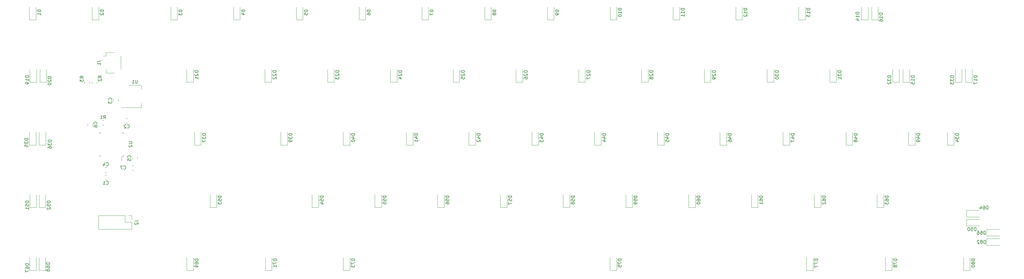
<source format=gbr>
%TF.GenerationSoftware,KiCad,Pcbnew,(6.0.7)*%
%TF.CreationDate,2022-08-26T18:50:00-04:00*%
%TF.ProjectId,thocc-master,74686f63-632d-46d6-9173-7465722e6b69,rev?*%
%TF.SameCoordinates,Original*%
%TF.FileFunction,Legend,Bot*%
%TF.FilePolarity,Positive*%
%FSLAX46Y46*%
G04 Gerber Fmt 4.6, Leading zero omitted, Abs format (unit mm)*
G04 Created by KiCad (PCBNEW (6.0.7)) date 2022-08-26 18:50:00*
%MOMM*%
%LPD*%
G01*
G04 APERTURE LIST*
%ADD10C,0.150000*%
%ADD11C,0.120000*%
G04 APERTURE END LIST*
D10*
%TO.C,D78*%
X463752380Y-158085714D02*
X462752380Y-158085714D01*
X462752380Y-158323809D01*
X462800000Y-158466666D01*
X462895238Y-158561904D01*
X462990476Y-158609523D01*
X463180952Y-158657142D01*
X463323809Y-158657142D01*
X463514285Y-158609523D01*
X463609523Y-158561904D01*
X463704761Y-158466666D01*
X463752380Y-158323809D01*
X463752380Y-158085714D01*
X462752380Y-158990476D02*
X462752380Y-159657142D01*
X463752380Y-159228571D01*
X463180952Y-160180952D02*
X463133333Y-160085714D01*
X463085714Y-160038095D01*
X462990476Y-159990476D01*
X462942857Y-159990476D01*
X462847619Y-160038095D01*
X462800000Y-160085714D01*
X462752380Y-160180952D01*
X462752380Y-160371428D01*
X462800000Y-160466666D01*
X462847619Y-160514285D01*
X462942857Y-160561904D01*
X462990476Y-160561904D01*
X463085714Y-160514285D01*
X463133333Y-160466666D01*
X463180952Y-160371428D01*
X463180952Y-160180952D01*
X463228571Y-160085714D01*
X463276190Y-160038095D01*
X463371428Y-159990476D01*
X463561904Y-159990476D01*
X463657142Y-160038095D01*
X463704761Y-160085714D01*
X463752380Y-160180952D01*
X463752380Y-160371428D01*
X463704761Y-160466666D01*
X463657142Y-160514285D01*
X463561904Y-160561904D01*
X463371428Y-160561904D01*
X463276190Y-160514285D01*
X463228571Y-160466666D01*
X463180952Y-160371428D01*
%TO.C,U1*%
X233311904Y-103702380D02*
X233311904Y-104511904D01*
X233264285Y-104607142D01*
X233216666Y-104654761D01*
X233121428Y-104702380D01*
X232930952Y-104702380D01*
X232835714Y-104654761D01*
X232788095Y-104607142D01*
X232740476Y-104511904D01*
X232740476Y-103702380D01*
X231740476Y-104702380D02*
X232311904Y-104702380D01*
X232026190Y-104702380D02*
X232026190Y-103702380D01*
X232121428Y-103845238D01*
X232216666Y-103940476D01*
X232311904Y-103988095D01*
%TO.C,D54*%
X289752380Y-138935714D02*
X288752380Y-138935714D01*
X288752380Y-139173809D01*
X288800000Y-139316666D01*
X288895238Y-139411904D01*
X288990476Y-139459523D01*
X289180952Y-139507142D01*
X289323809Y-139507142D01*
X289514285Y-139459523D01*
X289609523Y-139411904D01*
X289704761Y-139316666D01*
X289752380Y-139173809D01*
X289752380Y-138935714D01*
X288752380Y-140411904D02*
X288752380Y-139935714D01*
X289228571Y-139888095D01*
X289180952Y-139935714D01*
X289133333Y-140030952D01*
X289133333Y-140269047D01*
X289180952Y-140364285D01*
X289228571Y-140411904D01*
X289323809Y-140459523D01*
X289561904Y-140459523D01*
X289657142Y-140411904D01*
X289704761Y-140364285D01*
X289752380Y-140269047D01*
X289752380Y-140030952D01*
X289704761Y-139935714D01*
X289657142Y-139888095D01*
X289085714Y-141316666D02*
X289752380Y-141316666D01*
X288704761Y-141078571D02*
X289419047Y-140840476D01*
X289419047Y-141459523D01*
%TO.C,D4*%
X265902380Y-82361904D02*
X264902380Y-82361904D01*
X264902380Y-82600000D01*
X264950000Y-82742857D01*
X265045238Y-82838095D01*
X265140476Y-82885714D01*
X265330952Y-82933333D01*
X265473809Y-82933333D01*
X265664285Y-82885714D01*
X265759523Y-82838095D01*
X265854761Y-82742857D01*
X265902380Y-82600000D01*
X265902380Y-82361904D01*
X265235714Y-83790476D02*
X265902380Y-83790476D01*
X264854761Y-83552380D02*
X265569047Y-83314285D01*
X265569047Y-83933333D01*
%TO.C,D24*%
X313552380Y-100885714D02*
X312552380Y-100885714D01*
X312552380Y-101123809D01*
X312600000Y-101266666D01*
X312695238Y-101361904D01*
X312790476Y-101409523D01*
X312980952Y-101457142D01*
X313123809Y-101457142D01*
X313314285Y-101409523D01*
X313409523Y-101361904D01*
X313504761Y-101266666D01*
X313552380Y-101123809D01*
X313552380Y-100885714D01*
X312647619Y-101838095D02*
X312600000Y-101885714D01*
X312552380Y-101980952D01*
X312552380Y-102219047D01*
X312600000Y-102314285D01*
X312647619Y-102361904D01*
X312742857Y-102409523D01*
X312838095Y-102409523D01*
X312980952Y-102361904D01*
X313552380Y-101790476D01*
X313552380Y-102409523D01*
X312885714Y-103266666D02*
X313552380Y-103266666D01*
X312504761Y-103028571D02*
X313219047Y-102790476D01*
X313219047Y-103409523D01*
%TO.C,D25*%
X332552380Y-100885714D02*
X331552380Y-100885714D01*
X331552380Y-101123809D01*
X331600000Y-101266666D01*
X331695238Y-101361904D01*
X331790476Y-101409523D01*
X331980952Y-101457142D01*
X332123809Y-101457142D01*
X332314285Y-101409523D01*
X332409523Y-101361904D01*
X332504761Y-101266666D01*
X332552380Y-101123809D01*
X332552380Y-100885714D01*
X331647619Y-101838095D02*
X331600000Y-101885714D01*
X331552380Y-101980952D01*
X331552380Y-102219047D01*
X331600000Y-102314285D01*
X331647619Y-102361904D01*
X331742857Y-102409523D01*
X331838095Y-102409523D01*
X331980952Y-102361904D01*
X332552380Y-101790476D01*
X332552380Y-102409523D01*
X331552380Y-103314285D02*
X331552380Y-102838095D01*
X332028571Y-102790476D01*
X331980952Y-102838095D01*
X331933333Y-102933333D01*
X331933333Y-103171428D01*
X331980952Y-103266666D01*
X332028571Y-103314285D01*
X332123809Y-103361904D01*
X332361904Y-103361904D01*
X332457142Y-103314285D01*
X332504761Y-103266666D01*
X332552380Y-103171428D01*
X332552380Y-102933333D01*
X332504761Y-102838095D01*
X332457142Y-102790476D01*
%TO.C,D10*%
X380202380Y-81885714D02*
X379202380Y-81885714D01*
X379202380Y-82123809D01*
X379250000Y-82266666D01*
X379345238Y-82361904D01*
X379440476Y-82409523D01*
X379630952Y-82457142D01*
X379773809Y-82457142D01*
X379964285Y-82409523D01*
X380059523Y-82361904D01*
X380154761Y-82266666D01*
X380202380Y-82123809D01*
X380202380Y-81885714D01*
X380202380Y-83409523D02*
X380202380Y-82838095D01*
X380202380Y-83123809D02*
X379202380Y-83123809D01*
X379345238Y-83028571D01*
X379440476Y-82933333D01*
X379488095Y-82838095D01*
X379202380Y-84028571D02*
X379202380Y-84123809D01*
X379250000Y-84219047D01*
X379297619Y-84266666D01*
X379392857Y-84314285D01*
X379583333Y-84361904D01*
X379821428Y-84361904D01*
X380011904Y-84314285D01*
X380107142Y-84266666D01*
X380154761Y-84219047D01*
X380202380Y-84123809D01*
X380202380Y-84028571D01*
X380154761Y-83933333D01*
X380107142Y-83885714D01*
X380011904Y-83838095D01*
X379821428Y-83790476D01*
X379583333Y-83790476D01*
X379392857Y-83838095D01*
X379297619Y-83885714D01*
X379250000Y-83933333D01*
X379202380Y-84028571D01*
%TO.C,D27*%
X370652380Y-100885714D02*
X369652380Y-100885714D01*
X369652380Y-101123809D01*
X369700000Y-101266666D01*
X369795238Y-101361904D01*
X369890476Y-101409523D01*
X370080952Y-101457142D01*
X370223809Y-101457142D01*
X370414285Y-101409523D01*
X370509523Y-101361904D01*
X370604761Y-101266666D01*
X370652380Y-101123809D01*
X370652380Y-100885714D01*
X369747619Y-101838095D02*
X369700000Y-101885714D01*
X369652380Y-101980952D01*
X369652380Y-102219047D01*
X369700000Y-102314285D01*
X369747619Y-102361904D01*
X369842857Y-102409523D01*
X369938095Y-102409523D01*
X370080952Y-102361904D01*
X370652380Y-101790476D01*
X370652380Y-102409523D01*
X369652380Y-102742857D02*
X369652380Y-103409523D01*
X370652380Y-102980952D01*
%TO.C,D2*%
X223051380Y-82361904D02*
X222051380Y-82361904D01*
X222051380Y-82600000D01*
X222099000Y-82742857D01*
X222194238Y-82838095D01*
X222289476Y-82885714D01*
X222479952Y-82933333D01*
X222622809Y-82933333D01*
X222813285Y-82885714D01*
X222908523Y-82838095D01*
X223003761Y-82742857D01*
X223051380Y-82600000D01*
X223051380Y-82361904D01*
X222146619Y-83314285D02*
X222099000Y-83361904D01*
X222051380Y-83457142D01*
X222051380Y-83695238D01*
X222099000Y-83790476D01*
X222146619Y-83838095D01*
X222241857Y-83885714D01*
X222337095Y-83885714D01*
X222479952Y-83838095D01*
X223051380Y-83266666D01*
X223051380Y-83885714D01*
%TO.C,C3*%
X225457142Y-109783333D02*
X225504761Y-109735714D01*
X225552380Y-109592857D01*
X225552380Y-109497619D01*
X225504761Y-109354761D01*
X225409523Y-109259523D01*
X225314285Y-109211904D01*
X225123809Y-109164285D01*
X224980952Y-109164285D01*
X224790476Y-109211904D01*
X224695238Y-109259523D01*
X224600000Y-109354761D01*
X224552380Y-109497619D01*
X224552380Y-109592857D01*
X224600000Y-109735714D01*
X224647619Y-109783333D01*
X224552380Y-110116666D02*
X224552380Y-110735714D01*
X224933333Y-110402380D01*
X224933333Y-110545238D01*
X224980952Y-110640476D01*
X225028571Y-110688095D01*
X225123809Y-110735714D01*
X225361904Y-110735714D01*
X225457142Y-110688095D01*
X225504761Y-110640476D01*
X225552380Y-110545238D01*
X225552380Y-110259523D01*
X225504761Y-110164285D01*
X225457142Y-110116666D01*
%TO.C,D1*%
X204001380Y-82361904D02*
X203001380Y-82361904D01*
X203001380Y-82600000D01*
X203049000Y-82742857D01*
X203144238Y-82838095D01*
X203239476Y-82885714D01*
X203429952Y-82933333D01*
X203572809Y-82933333D01*
X203763285Y-82885714D01*
X203858523Y-82838095D01*
X203953761Y-82742857D01*
X204001380Y-82600000D01*
X204001380Y-82361904D01*
X204001380Y-83885714D02*
X204001380Y-83314285D01*
X204001380Y-83600000D02*
X203001380Y-83600000D01*
X203144238Y-83504761D01*
X203239476Y-83409523D01*
X203287095Y-83314285D01*
%TO.C,C7*%
X229166666Y-130707142D02*
X229214285Y-130754761D01*
X229357142Y-130802380D01*
X229452380Y-130802380D01*
X229595238Y-130754761D01*
X229690476Y-130659523D01*
X229738095Y-130564285D01*
X229785714Y-130373809D01*
X229785714Y-130230952D01*
X229738095Y-130040476D01*
X229690476Y-129945238D01*
X229595238Y-129850000D01*
X229452380Y-129802380D01*
X229357142Y-129802380D01*
X229214285Y-129850000D01*
X229166666Y-129897619D01*
X228833333Y-129802380D02*
X228166666Y-129802380D01*
X228595238Y-130802380D01*
%TO.C,U2*%
X230702380Y-122488095D02*
X231511904Y-122488095D01*
X231607142Y-122535714D01*
X231654761Y-122583333D01*
X231702380Y-122678571D01*
X231702380Y-122869047D01*
X231654761Y-122964285D01*
X231607142Y-123011904D01*
X231511904Y-123059523D01*
X230702380Y-123059523D01*
X230797619Y-123488095D02*
X230750000Y-123535714D01*
X230702380Y-123630952D01*
X230702380Y-123869047D01*
X230750000Y-123964285D01*
X230797619Y-124011904D01*
X230892857Y-124059523D01*
X230988095Y-124059523D01*
X231130952Y-124011904D01*
X231702380Y-123440476D01*
X231702380Y-124059523D01*
%TO.C,D66*%
X490614285Y-150602380D02*
X490614285Y-149602380D01*
X490376190Y-149602380D01*
X490233333Y-149650000D01*
X490138095Y-149745238D01*
X490090476Y-149840476D01*
X490042857Y-150030952D01*
X490042857Y-150173809D01*
X490090476Y-150364285D01*
X490138095Y-150459523D01*
X490233333Y-150554761D01*
X490376190Y-150602380D01*
X490614285Y-150602380D01*
X489185714Y-149602380D02*
X489376190Y-149602380D01*
X489471428Y-149650000D01*
X489519047Y-149697619D01*
X489614285Y-149840476D01*
X489661904Y-150030952D01*
X489661904Y-150411904D01*
X489614285Y-150507142D01*
X489566666Y-150554761D01*
X489471428Y-150602380D01*
X489280952Y-150602380D01*
X489185714Y-150554761D01*
X489138095Y-150507142D01*
X489090476Y-150411904D01*
X489090476Y-150173809D01*
X489138095Y-150078571D01*
X489185714Y-150030952D01*
X489280952Y-149983333D01*
X489471428Y-149983333D01*
X489566666Y-150030952D01*
X489614285Y-150078571D01*
X489661904Y-150173809D01*
X488233333Y-149602380D02*
X488423809Y-149602380D01*
X488519047Y-149650000D01*
X488566666Y-149697619D01*
X488661904Y-149840476D01*
X488709523Y-150030952D01*
X488709523Y-150411904D01*
X488661904Y-150507142D01*
X488614285Y-150554761D01*
X488519047Y-150602380D01*
X488328571Y-150602380D01*
X488233333Y-150554761D01*
X488185714Y-150507142D01*
X488138095Y-150411904D01*
X488138095Y-150173809D01*
X488185714Y-150078571D01*
X488233333Y-150030952D01*
X488328571Y-149983333D01*
X488519047Y-149983333D01*
X488614285Y-150030952D01*
X488661904Y-150078571D01*
X488709523Y-150173809D01*
%TO.C,D17*%
X488132380Y-102417714D02*
X487132380Y-102417714D01*
X487132380Y-102655809D01*
X487180000Y-102798666D01*
X487275238Y-102893904D01*
X487370476Y-102941523D01*
X487560952Y-102989142D01*
X487703809Y-102989142D01*
X487894285Y-102941523D01*
X487989523Y-102893904D01*
X488084761Y-102798666D01*
X488132380Y-102655809D01*
X488132380Y-102417714D01*
X488132380Y-103941523D02*
X488132380Y-103370095D01*
X488132380Y-103655809D02*
X487132380Y-103655809D01*
X487275238Y-103560571D01*
X487370476Y-103465333D01*
X487418095Y-103370095D01*
X487132380Y-104274857D02*
X487132380Y-104941523D01*
X488132380Y-104512952D01*
%TO.C,D37*%
X254052380Y-119985714D02*
X253052380Y-119985714D01*
X253052380Y-120223809D01*
X253100000Y-120366666D01*
X253195238Y-120461904D01*
X253290476Y-120509523D01*
X253480952Y-120557142D01*
X253623809Y-120557142D01*
X253814285Y-120509523D01*
X253909523Y-120461904D01*
X254004761Y-120366666D01*
X254052380Y-120223809D01*
X254052380Y-119985714D01*
X253052380Y-120890476D02*
X253052380Y-121509523D01*
X253433333Y-121176190D01*
X253433333Y-121319047D01*
X253480952Y-121414285D01*
X253528571Y-121461904D01*
X253623809Y-121509523D01*
X253861904Y-121509523D01*
X253957142Y-121461904D01*
X254004761Y-121414285D01*
X254052380Y-121319047D01*
X254052380Y-121033333D01*
X254004761Y-120938095D01*
X253957142Y-120890476D01*
X253052380Y-121842857D02*
X253052380Y-122509523D01*
X254052380Y-122080952D01*
%TO.C,D48*%
X451752380Y-119985714D02*
X450752380Y-119985714D01*
X450752380Y-120223809D01*
X450800000Y-120366666D01*
X450895238Y-120461904D01*
X450990476Y-120509523D01*
X451180952Y-120557142D01*
X451323809Y-120557142D01*
X451514285Y-120509523D01*
X451609523Y-120461904D01*
X451704761Y-120366666D01*
X451752380Y-120223809D01*
X451752380Y-119985714D01*
X451085714Y-121414285D02*
X451752380Y-121414285D01*
X450704761Y-121176190D02*
X451419047Y-120938095D01*
X451419047Y-121557142D01*
X451180952Y-122080952D02*
X451133333Y-121985714D01*
X451085714Y-121938095D01*
X450990476Y-121890476D01*
X450942857Y-121890476D01*
X450847619Y-121938095D01*
X450800000Y-121985714D01*
X450752380Y-122080952D01*
X450752380Y-122271428D01*
X450800000Y-122366666D01*
X450847619Y-122414285D01*
X450942857Y-122461904D01*
X450990476Y-122461904D01*
X451085714Y-122414285D01*
X451133333Y-122366666D01*
X451180952Y-122271428D01*
X451180952Y-122080952D01*
X451228571Y-121985714D01*
X451276190Y-121938095D01*
X451371428Y-121890476D01*
X451561904Y-121890476D01*
X451657142Y-121938095D01*
X451704761Y-121985714D01*
X451752380Y-122080952D01*
X451752380Y-122271428D01*
X451704761Y-122366666D01*
X451657142Y-122414285D01*
X451561904Y-122461904D01*
X451371428Y-122461904D01*
X451276190Y-122414285D01*
X451228571Y-122366666D01*
X451180952Y-122271428D01*
%TO.C,D16*%
X459430380Y-83367714D02*
X458430380Y-83367714D01*
X458430380Y-83605809D01*
X458478000Y-83748666D01*
X458573238Y-83843904D01*
X458668476Y-83891523D01*
X458858952Y-83939142D01*
X459001809Y-83939142D01*
X459192285Y-83891523D01*
X459287523Y-83843904D01*
X459382761Y-83748666D01*
X459430380Y-83605809D01*
X459430380Y-83367714D01*
X459430380Y-84891523D02*
X459430380Y-84320095D01*
X459430380Y-84605809D02*
X458430380Y-84605809D01*
X458573238Y-84510571D01*
X458668476Y-84415333D01*
X458716095Y-84320095D01*
X458430380Y-85748666D02*
X458430380Y-85558190D01*
X458478000Y-85462952D01*
X458525619Y-85415333D01*
X458668476Y-85320095D01*
X458858952Y-85272476D01*
X459239904Y-85272476D01*
X459335142Y-85320095D01*
X459382761Y-85367714D01*
X459430380Y-85462952D01*
X459430380Y-85653428D01*
X459382761Y-85748666D01*
X459335142Y-85796285D01*
X459239904Y-85843904D01*
X459001809Y-85843904D01*
X458906571Y-85796285D01*
X458858952Y-85748666D01*
X458811333Y-85653428D01*
X458811333Y-85462952D01*
X458858952Y-85367714D01*
X458906571Y-85320095D01*
X459001809Y-85272476D01*
%TO.C,R2*%
X222402380Y-103033333D02*
X221926190Y-102700000D01*
X222402380Y-102461904D02*
X221402380Y-102461904D01*
X221402380Y-102842857D01*
X221450000Y-102938095D01*
X221497619Y-102985714D01*
X221592857Y-103033333D01*
X221735714Y-103033333D01*
X221830952Y-102985714D01*
X221878571Y-102938095D01*
X221926190Y-102842857D01*
X221926190Y-102461904D01*
X221497619Y-103414285D02*
X221450000Y-103461904D01*
X221402380Y-103557142D01*
X221402380Y-103795238D01*
X221450000Y-103890476D01*
X221497619Y-103938095D01*
X221592857Y-103985714D01*
X221688095Y-103985714D01*
X221830952Y-103938095D01*
X222402380Y-103366666D01*
X222402380Y-103985714D01*
%TO.C,D59*%
X384952380Y-138935714D02*
X383952380Y-138935714D01*
X383952380Y-139173809D01*
X384000000Y-139316666D01*
X384095238Y-139411904D01*
X384190476Y-139459523D01*
X384380952Y-139507142D01*
X384523809Y-139507142D01*
X384714285Y-139459523D01*
X384809523Y-139411904D01*
X384904761Y-139316666D01*
X384952380Y-139173809D01*
X384952380Y-138935714D01*
X383952380Y-140411904D02*
X383952380Y-139935714D01*
X384428571Y-139888095D01*
X384380952Y-139935714D01*
X384333333Y-140030952D01*
X384333333Y-140269047D01*
X384380952Y-140364285D01*
X384428571Y-140411904D01*
X384523809Y-140459523D01*
X384761904Y-140459523D01*
X384857142Y-140411904D01*
X384904761Y-140364285D01*
X384952380Y-140269047D01*
X384952380Y-140030952D01*
X384904761Y-139935714D01*
X384857142Y-139888095D01*
X384952380Y-140935714D02*
X384952380Y-141126190D01*
X384904761Y-141221428D01*
X384857142Y-141269047D01*
X384714285Y-141364285D01*
X384523809Y-141411904D01*
X384142857Y-141411904D01*
X384047619Y-141364285D01*
X384000000Y-141316666D01*
X383952380Y-141221428D01*
X383952380Y-141030952D01*
X384000000Y-140935714D01*
X384047619Y-140888095D01*
X384142857Y-140840476D01*
X384380952Y-140840476D01*
X384476190Y-140888095D01*
X384523809Y-140935714D01*
X384571428Y-141030952D01*
X384571428Y-141221428D01*
X384523809Y-141316666D01*
X384476190Y-141364285D01*
X384380952Y-141411904D01*
%TO.C,D63*%
X461202380Y-138935714D02*
X460202380Y-138935714D01*
X460202380Y-139173809D01*
X460250000Y-139316666D01*
X460345238Y-139411904D01*
X460440476Y-139459523D01*
X460630952Y-139507142D01*
X460773809Y-139507142D01*
X460964285Y-139459523D01*
X461059523Y-139411904D01*
X461154761Y-139316666D01*
X461202380Y-139173809D01*
X461202380Y-138935714D01*
X460202380Y-140364285D02*
X460202380Y-140173809D01*
X460250000Y-140078571D01*
X460297619Y-140030952D01*
X460440476Y-139935714D01*
X460630952Y-139888095D01*
X461011904Y-139888095D01*
X461107142Y-139935714D01*
X461154761Y-139983333D01*
X461202380Y-140078571D01*
X461202380Y-140269047D01*
X461154761Y-140364285D01*
X461107142Y-140411904D01*
X461011904Y-140459523D01*
X460773809Y-140459523D01*
X460678571Y-140411904D01*
X460630952Y-140364285D01*
X460583333Y-140269047D01*
X460583333Y-140078571D01*
X460630952Y-139983333D01*
X460678571Y-139935714D01*
X460773809Y-139888095D01*
X460202380Y-140792857D02*
X460202380Y-141411904D01*
X460583333Y-141078571D01*
X460583333Y-141221428D01*
X460630952Y-141316666D01*
X460678571Y-141364285D01*
X460773809Y-141411904D01*
X461011904Y-141411904D01*
X461107142Y-141364285D01*
X461154761Y-141316666D01*
X461202380Y-141221428D01*
X461202380Y-140935714D01*
X461154761Y-140840476D01*
X461107142Y-140792857D01*
%TO.C,D82*%
X490664285Y-153402380D02*
X490664285Y-152402380D01*
X490426190Y-152402380D01*
X490283333Y-152450000D01*
X490188095Y-152545238D01*
X490140476Y-152640476D01*
X490092857Y-152830952D01*
X490092857Y-152973809D01*
X490140476Y-153164285D01*
X490188095Y-153259523D01*
X490283333Y-153354761D01*
X490426190Y-153402380D01*
X490664285Y-153402380D01*
X489521428Y-152830952D02*
X489616666Y-152783333D01*
X489664285Y-152735714D01*
X489711904Y-152640476D01*
X489711904Y-152592857D01*
X489664285Y-152497619D01*
X489616666Y-152450000D01*
X489521428Y-152402380D01*
X489330952Y-152402380D01*
X489235714Y-152450000D01*
X489188095Y-152497619D01*
X489140476Y-152592857D01*
X489140476Y-152640476D01*
X489188095Y-152735714D01*
X489235714Y-152783333D01*
X489330952Y-152830952D01*
X489521428Y-152830952D01*
X489616666Y-152878571D01*
X489664285Y-152926190D01*
X489711904Y-153021428D01*
X489711904Y-153211904D01*
X489664285Y-153307142D01*
X489616666Y-153354761D01*
X489521428Y-153402380D01*
X489330952Y-153402380D01*
X489235714Y-153354761D01*
X489188095Y-153307142D01*
X489140476Y-153211904D01*
X489140476Y-153021428D01*
X489188095Y-152926190D01*
X489235714Y-152878571D01*
X489330952Y-152830952D01*
X488759523Y-152497619D02*
X488711904Y-152450000D01*
X488616666Y-152402380D01*
X488378571Y-152402380D01*
X488283333Y-152450000D01*
X488235714Y-152497619D01*
X488188095Y-152592857D01*
X488188095Y-152688095D01*
X488235714Y-152830952D01*
X488807142Y-153402380D01*
X488188095Y-153402380D01*
%TO.C,D71*%
X275552380Y-158085714D02*
X274552380Y-158085714D01*
X274552380Y-158323809D01*
X274600000Y-158466666D01*
X274695238Y-158561904D01*
X274790476Y-158609523D01*
X274980952Y-158657142D01*
X275123809Y-158657142D01*
X275314285Y-158609523D01*
X275409523Y-158561904D01*
X275504761Y-158466666D01*
X275552380Y-158323809D01*
X275552380Y-158085714D01*
X274552380Y-158990476D02*
X274552380Y-159657142D01*
X275552380Y-159228571D01*
X275552380Y-160561904D02*
X275552380Y-159990476D01*
X275552380Y-160276190D02*
X274552380Y-160276190D01*
X274695238Y-160180952D01*
X274790476Y-160085714D01*
X274838095Y-159990476D01*
%TO.C,D62*%
X442152380Y-138935714D02*
X441152380Y-138935714D01*
X441152380Y-139173809D01*
X441200000Y-139316666D01*
X441295238Y-139411904D01*
X441390476Y-139459523D01*
X441580952Y-139507142D01*
X441723809Y-139507142D01*
X441914285Y-139459523D01*
X442009523Y-139411904D01*
X442104761Y-139316666D01*
X442152380Y-139173809D01*
X442152380Y-138935714D01*
X441152380Y-140364285D02*
X441152380Y-140173809D01*
X441200000Y-140078571D01*
X441247619Y-140030952D01*
X441390476Y-139935714D01*
X441580952Y-139888095D01*
X441961904Y-139888095D01*
X442057142Y-139935714D01*
X442104761Y-139983333D01*
X442152380Y-140078571D01*
X442152380Y-140269047D01*
X442104761Y-140364285D01*
X442057142Y-140411904D01*
X441961904Y-140459523D01*
X441723809Y-140459523D01*
X441628571Y-140411904D01*
X441580952Y-140364285D01*
X441533333Y-140269047D01*
X441533333Y-140078571D01*
X441580952Y-139983333D01*
X441628571Y-139935714D01*
X441723809Y-139888095D01*
X441247619Y-140840476D02*
X441200000Y-140888095D01*
X441152380Y-140983333D01*
X441152380Y-141221428D01*
X441200000Y-141316666D01*
X441247619Y-141364285D01*
X441342857Y-141411904D01*
X441438095Y-141411904D01*
X441580952Y-141364285D01*
X442152380Y-140792857D01*
X442152380Y-141411904D01*
%TO.C,D67*%
X200350380Y-159567714D02*
X199350380Y-159567714D01*
X199350380Y-159805809D01*
X199398000Y-159948666D01*
X199493238Y-160043904D01*
X199588476Y-160091523D01*
X199778952Y-160139142D01*
X199921809Y-160139142D01*
X200112285Y-160091523D01*
X200207523Y-160043904D01*
X200302761Y-159948666D01*
X200350380Y-159805809D01*
X200350380Y-159567714D01*
X199350380Y-160996285D02*
X199350380Y-160805809D01*
X199398000Y-160710571D01*
X199445619Y-160662952D01*
X199588476Y-160567714D01*
X199778952Y-160520095D01*
X200159904Y-160520095D01*
X200255142Y-160567714D01*
X200302761Y-160615333D01*
X200350380Y-160710571D01*
X200350380Y-160901047D01*
X200302761Y-160996285D01*
X200255142Y-161043904D01*
X200159904Y-161091523D01*
X199921809Y-161091523D01*
X199826571Y-161043904D01*
X199778952Y-160996285D01*
X199731333Y-160901047D01*
X199731333Y-160710571D01*
X199778952Y-160615333D01*
X199826571Y-160567714D01*
X199921809Y-160520095D01*
X199350380Y-161424857D02*
X199350380Y-162091523D01*
X200350380Y-161662952D01*
%TO.C,D77*%
X439752380Y-158085714D02*
X438752380Y-158085714D01*
X438752380Y-158323809D01*
X438800000Y-158466666D01*
X438895238Y-158561904D01*
X438990476Y-158609523D01*
X439180952Y-158657142D01*
X439323809Y-158657142D01*
X439514285Y-158609523D01*
X439609523Y-158561904D01*
X439704761Y-158466666D01*
X439752380Y-158323809D01*
X439752380Y-158085714D01*
X438752380Y-158990476D02*
X438752380Y-159657142D01*
X439752380Y-159228571D01*
X438752380Y-159942857D02*
X438752380Y-160609523D01*
X439752380Y-160180952D01*
%TO.C,D11*%
X399302380Y-81885714D02*
X398302380Y-81885714D01*
X398302380Y-82123809D01*
X398350000Y-82266666D01*
X398445238Y-82361904D01*
X398540476Y-82409523D01*
X398730952Y-82457142D01*
X398873809Y-82457142D01*
X399064285Y-82409523D01*
X399159523Y-82361904D01*
X399254761Y-82266666D01*
X399302380Y-82123809D01*
X399302380Y-81885714D01*
X399302380Y-83409523D02*
X399302380Y-82838095D01*
X399302380Y-83123809D02*
X398302380Y-83123809D01*
X398445238Y-83028571D01*
X398540476Y-82933333D01*
X398588095Y-82838095D01*
X399302380Y-84361904D02*
X399302380Y-83790476D01*
X399302380Y-84076190D02*
X398302380Y-84076190D01*
X398445238Y-83980952D01*
X398540476Y-83885714D01*
X398588095Y-83790476D01*
%TO.C,D30*%
X427852380Y-100885714D02*
X426852380Y-100885714D01*
X426852380Y-101123809D01*
X426900000Y-101266666D01*
X426995238Y-101361904D01*
X427090476Y-101409523D01*
X427280952Y-101457142D01*
X427423809Y-101457142D01*
X427614285Y-101409523D01*
X427709523Y-101361904D01*
X427804761Y-101266666D01*
X427852380Y-101123809D01*
X427852380Y-100885714D01*
X426852380Y-101790476D02*
X426852380Y-102409523D01*
X427233333Y-102076190D01*
X427233333Y-102219047D01*
X427280952Y-102314285D01*
X427328571Y-102361904D01*
X427423809Y-102409523D01*
X427661904Y-102409523D01*
X427757142Y-102361904D01*
X427804761Y-102314285D01*
X427852380Y-102219047D01*
X427852380Y-101933333D01*
X427804761Y-101838095D01*
X427757142Y-101790476D01*
X426852380Y-103028571D02*
X426852380Y-103123809D01*
X426900000Y-103219047D01*
X426947619Y-103266666D01*
X427042857Y-103314285D01*
X427233333Y-103361904D01*
X427471428Y-103361904D01*
X427661904Y-103314285D01*
X427757142Y-103266666D01*
X427804761Y-103219047D01*
X427852380Y-103123809D01*
X427852380Y-103028571D01*
X427804761Y-102933333D01*
X427757142Y-102885714D01*
X427661904Y-102838095D01*
X427471428Y-102790476D01*
X427233333Y-102790476D01*
X427042857Y-102838095D01*
X426947619Y-102885714D01*
X426900000Y-102933333D01*
X426852380Y-103028571D01*
%TO.C,D75*%
X380152380Y-158085714D02*
X379152380Y-158085714D01*
X379152380Y-158323809D01*
X379200000Y-158466666D01*
X379295238Y-158561904D01*
X379390476Y-158609523D01*
X379580952Y-158657142D01*
X379723809Y-158657142D01*
X379914285Y-158609523D01*
X380009523Y-158561904D01*
X380104761Y-158466666D01*
X380152380Y-158323809D01*
X380152380Y-158085714D01*
X379152380Y-158990476D02*
X379152380Y-159657142D01*
X380152380Y-159228571D01*
X379152380Y-160514285D02*
X379152380Y-160038095D01*
X379628571Y-159990476D01*
X379580952Y-160038095D01*
X379533333Y-160133333D01*
X379533333Y-160371428D01*
X379580952Y-160466666D01*
X379628571Y-160514285D01*
X379723809Y-160561904D01*
X379961904Y-160561904D01*
X380057142Y-160514285D01*
X380104761Y-160466666D01*
X380152380Y-160371428D01*
X380152380Y-160133333D01*
X380104761Y-160038095D01*
X380057142Y-159990476D01*
%TO.C,D5*%
X284952380Y-82361904D02*
X283952380Y-82361904D01*
X283952380Y-82600000D01*
X284000000Y-82742857D01*
X284095238Y-82838095D01*
X284190476Y-82885714D01*
X284380952Y-82933333D01*
X284523809Y-82933333D01*
X284714285Y-82885714D01*
X284809523Y-82838095D01*
X284904761Y-82742857D01*
X284952380Y-82600000D01*
X284952380Y-82361904D01*
X283952380Y-83838095D02*
X283952380Y-83361904D01*
X284428571Y-83314285D01*
X284380952Y-83361904D01*
X284333333Y-83457142D01*
X284333333Y-83695238D01*
X284380952Y-83790476D01*
X284428571Y-83838095D01*
X284523809Y-83885714D01*
X284761904Y-83885714D01*
X284857142Y-83838095D01*
X284904761Y-83790476D01*
X284952380Y-83695238D01*
X284952380Y-83457142D01*
X284904761Y-83361904D01*
X284857142Y-83314285D01*
%TO.C,D12*%
X418302380Y-81885714D02*
X417302380Y-81885714D01*
X417302380Y-82123809D01*
X417350000Y-82266666D01*
X417445238Y-82361904D01*
X417540476Y-82409523D01*
X417730952Y-82457142D01*
X417873809Y-82457142D01*
X418064285Y-82409523D01*
X418159523Y-82361904D01*
X418254761Y-82266666D01*
X418302380Y-82123809D01*
X418302380Y-81885714D01*
X418302380Y-83409523D02*
X418302380Y-82838095D01*
X418302380Y-83123809D02*
X417302380Y-83123809D01*
X417445238Y-83028571D01*
X417540476Y-82933333D01*
X417588095Y-82838095D01*
X417397619Y-83790476D02*
X417350000Y-83838095D01*
X417302380Y-83933333D01*
X417302380Y-84171428D01*
X417350000Y-84266666D01*
X417397619Y-84314285D01*
X417492857Y-84361904D01*
X417588095Y-84361904D01*
X417730952Y-84314285D01*
X418302380Y-83742857D01*
X418302380Y-84361904D01*
%TO.C,D57*%
X346902380Y-138935714D02*
X345902380Y-138935714D01*
X345902380Y-139173809D01*
X345950000Y-139316666D01*
X346045238Y-139411904D01*
X346140476Y-139459523D01*
X346330952Y-139507142D01*
X346473809Y-139507142D01*
X346664285Y-139459523D01*
X346759523Y-139411904D01*
X346854761Y-139316666D01*
X346902380Y-139173809D01*
X346902380Y-138935714D01*
X345902380Y-140411904D02*
X345902380Y-139935714D01*
X346378571Y-139888095D01*
X346330952Y-139935714D01*
X346283333Y-140030952D01*
X346283333Y-140269047D01*
X346330952Y-140364285D01*
X346378571Y-140411904D01*
X346473809Y-140459523D01*
X346711904Y-140459523D01*
X346807142Y-140411904D01*
X346854761Y-140364285D01*
X346902380Y-140269047D01*
X346902380Y-140030952D01*
X346854761Y-139935714D01*
X346807142Y-139888095D01*
X345902380Y-140792857D02*
X345902380Y-141459523D01*
X346902380Y-141030952D01*
%TO.C,D73*%
X299252380Y-158085714D02*
X298252380Y-158085714D01*
X298252380Y-158323809D01*
X298300000Y-158466666D01*
X298395238Y-158561904D01*
X298490476Y-158609523D01*
X298680952Y-158657142D01*
X298823809Y-158657142D01*
X299014285Y-158609523D01*
X299109523Y-158561904D01*
X299204761Y-158466666D01*
X299252380Y-158323809D01*
X299252380Y-158085714D01*
X298252380Y-158990476D02*
X298252380Y-159657142D01*
X299252380Y-159228571D01*
X298252380Y-159942857D02*
X298252380Y-160561904D01*
X298633333Y-160228571D01*
X298633333Y-160371428D01*
X298680952Y-160466666D01*
X298728571Y-160514285D01*
X298823809Y-160561904D01*
X299061904Y-160561904D01*
X299157142Y-160514285D01*
X299204761Y-160466666D01*
X299252380Y-160371428D01*
X299252380Y-160085714D01*
X299204761Y-159990476D01*
X299157142Y-159942857D01*
%TO.C,D3*%
X246852380Y-82361904D02*
X245852380Y-82361904D01*
X245852380Y-82600000D01*
X245900000Y-82742857D01*
X245995238Y-82838095D01*
X246090476Y-82885714D01*
X246280952Y-82933333D01*
X246423809Y-82933333D01*
X246614285Y-82885714D01*
X246709523Y-82838095D01*
X246804761Y-82742857D01*
X246852380Y-82600000D01*
X246852380Y-82361904D01*
X245852380Y-83266666D02*
X245852380Y-83885714D01*
X246233333Y-83552380D01*
X246233333Y-83695238D01*
X246280952Y-83790476D01*
X246328571Y-83838095D01*
X246423809Y-83885714D01*
X246661904Y-83885714D01*
X246757142Y-83838095D01*
X246804761Y-83790476D01*
X246852380Y-83695238D01*
X246852380Y-83409523D01*
X246804761Y-83314285D01*
X246757142Y-83266666D01*
%TO.C,D61*%
X423052380Y-138935714D02*
X422052380Y-138935714D01*
X422052380Y-139173809D01*
X422100000Y-139316666D01*
X422195238Y-139411904D01*
X422290476Y-139459523D01*
X422480952Y-139507142D01*
X422623809Y-139507142D01*
X422814285Y-139459523D01*
X422909523Y-139411904D01*
X423004761Y-139316666D01*
X423052380Y-139173809D01*
X423052380Y-138935714D01*
X422052380Y-140364285D02*
X422052380Y-140173809D01*
X422100000Y-140078571D01*
X422147619Y-140030952D01*
X422290476Y-139935714D01*
X422480952Y-139888095D01*
X422861904Y-139888095D01*
X422957142Y-139935714D01*
X423004761Y-139983333D01*
X423052380Y-140078571D01*
X423052380Y-140269047D01*
X423004761Y-140364285D01*
X422957142Y-140411904D01*
X422861904Y-140459523D01*
X422623809Y-140459523D01*
X422528571Y-140411904D01*
X422480952Y-140364285D01*
X422433333Y-140269047D01*
X422433333Y-140078571D01*
X422480952Y-139983333D01*
X422528571Y-139935714D01*
X422623809Y-139888095D01*
X423052380Y-141411904D02*
X423052380Y-140840476D01*
X423052380Y-141126190D02*
X422052380Y-141126190D01*
X422195238Y-141030952D01*
X422290476Y-140935714D01*
X422338095Y-140840476D01*
%TO.C,D34*%
X482552380Y-119985714D02*
X481552380Y-119985714D01*
X481552380Y-120223809D01*
X481600000Y-120366666D01*
X481695238Y-120461904D01*
X481790476Y-120509523D01*
X481980952Y-120557142D01*
X482123809Y-120557142D01*
X482314285Y-120509523D01*
X482409523Y-120461904D01*
X482504761Y-120366666D01*
X482552380Y-120223809D01*
X482552380Y-119985714D01*
X481552380Y-120890476D02*
X481552380Y-121509523D01*
X481933333Y-121176190D01*
X481933333Y-121319047D01*
X481980952Y-121414285D01*
X482028571Y-121461904D01*
X482123809Y-121509523D01*
X482361904Y-121509523D01*
X482457142Y-121461904D01*
X482504761Y-121414285D01*
X482552380Y-121319047D01*
X482552380Y-121033333D01*
X482504761Y-120938095D01*
X482457142Y-120890476D01*
X481885714Y-122366666D02*
X482552380Y-122366666D01*
X481504761Y-122128571D02*
X482219047Y-121890476D01*
X482219047Y-122509523D01*
%TO.C,D23*%
X294452380Y-100885714D02*
X293452380Y-100885714D01*
X293452380Y-101123809D01*
X293500000Y-101266666D01*
X293595238Y-101361904D01*
X293690476Y-101409523D01*
X293880952Y-101457142D01*
X294023809Y-101457142D01*
X294214285Y-101409523D01*
X294309523Y-101361904D01*
X294404761Y-101266666D01*
X294452380Y-101123809D01*
X294452380Y-100885714D01*
X293547619Y-101838095D02*
X293500000Y-101885714D01*
X293452380Y-101980952D01*
X293452380Y-102219047D01*
X293500000Y-102314285D01*
X293547619Y-102361904D01*
X293642857Y-102409523D01*
X293738095Y-102409523D01*
X293880952Y-102361904D01*
X294452380Y-101790476D01*
X294452380Y-102409523D01*
X293452380Y-102742857D02*
X293452380Y-103361904D01*
X293833333Y-103028571D01*
X293833333Y-103171428D01*
X293880952Y-103266666D01*
X293928571Y-103314285D01*
X294023809Y-103361904D01*
X294261904Y-103361904D01*
X294357142Y-103314285D01*
X294404761Y-103266666D01*
X294452380Y-103171428D01*
X294452380Y-102885714D01*
X294404761Y-102790476D01*
X294357142Y-102742857D01*
%TO.C,C2*%
X230216666Y-118187142D02*
X230264285Y-118234761D01*
X230407142Y-118282380D01*
X230502380Y-118282380D01*
X230645238Y-118234761D01*
X230740476Y-118139523D01*
X230788095Y-118044285D01*
X230835714Y-117853809D01*
X230835714Y-117710952D01*
X230788095Y-117520476D01*
X230740476Y-117425238D01*
X230645238Y-117330000D01*
X230502380Y-117282380D01*
X230407142Y-117282380D01*
X230264285Y-117330000D01*
X230216666Y-117377619D01*
X229835714Y-117377619D02*
X229788095Y-117330000D01*
X229692857Y-117282380D01*
X229454761Y-117282380D01*
X229359523Y-117330000D01*
X229311904Y-117377619D01*
X229264285Y-117472857D01*
X229264285Y-117568095D01*
X229311904Y-117710952D01*
X229883333Y-118282380D01*
X229264285Y-118282380D01*
%TO.C,D58*%
X365952380Y-138935714D02*
X364952380Y-138935714D01*
X364952380Y-139173809D01*
X365000000Y-139316666D01*
X365095238Y-139411904D01*
X365190476Y-139459523D01*
X365380952Y-139507142D01*
X365523809Y-139507142D01*
X365714285Y-139459523D01*
X365809523Y-139411904D01*
X365904761Y-139316666D01*
X365952380Y-139173809D01*
X365952380Y-138935714D01*
X364952380Y-140411904D02*
X364952380Y-139935714D01*
X365428571Y-139888095D01*
X365380952Y-139935714D01*
X365333333Y-140030952D01*
X365333333Y-140269047D01*
X365380952Y-140364285D01*
X365428571Y-140411904D01*
X365523809Y-140459523D01*
X365761904Y-140459523D01*
X365857142Y-140411904D01*
X365904761Y-140364285D01*
X365952380Y-140269047D01*
X365952380Y-140030952D01*
X365904761Y-139935714D01*
X365857142Y-139888095D01*
X365380952Y-141030952D02*
X365333333Y-140935714D01*
X365285714Y-140888095D01*
X365190476Y-140840476D01*
X365142857Y-140840476D01*
X365047619Y-140888095D01*
X365000000Y-140935714D01*
X364952380Y-141030952D01*
X364952380Y-141221428D01*
X365000000Y-141316666D01*
X365047619Y-141364285D01*
X365142857Y-141411904D01*
X365190476Y-141411904D01*
X365285714Y-141364285D01*
X365333333Y-141316666D01*
X365380952Y-141221428D01*
X365380952Y-141030952D01*
X365428571Y-140935714D01*
X365476190Y-140888095D01*
X365571428Y-140840476D01*
X365761904Y-140840476D01*
X365857142Y-140888095D01*
X365904761Y-140935714D01*
X365952380Y-141030952D01*
X365952380Y-141221428D01*
X365904761Y-141316666D01*
X365857142Y-141364285D01*
X365761904Y-141411904D01*
X365571428Y-141411904D01*
X365476190Y-141364285D01*
X365428571Y-141316666D01*
X365380952Y-141221428D01*
%TO.C,D35*%
X200096380Y-121467714D02*
X199096380Y-121467714D01*
X199096380Y-121705809D01*
X199144000Y-121848666D01*
X199239238Y-121943904D01*
X199334476Y-121991523D01*
X199524952Y-122039142D01*
X199667809Y-122039142D01*
X199858285Y-121991523D01*
X199953523Y-121943904D01*
X200048761Y-121848666D01*
X200096380Y-121705809D01*
X200096380Y-121467714D01*
X199096380Y-122372476D02*
X199096380Y-122991523D01*
X199477333Y-122658190D01*
X199477333Y-122801047D01*
X199524952Y-122896285D01*
X199572571Y-122943904D01*
X199667809Y-122991523D01*
X199905904Y-122991523D01*
X200001142Y-122943904D01*
X200048761Y-122896285D01*
X200096380Y-122801047D01*
X200096380Y-122515333D01*
X200048761Y-122420095D01*
X200001142Y-122372476D01*
X199096380Y-123896285D02*
X199096380Y-123420095D01*
X199572571Y-123372476D01*
X199524952Y-123420095D01*
X199477333Y-123515333D01*
X199477333Y-123753428D01*
X199524952Y-123848666D01*
X199572571Y-123896285D01*
X199667809Y-123943904D01*
X199905904Y-123943904D01*
X200001142Y-123896285D01*
X200048761Y-123848666D01*
X200096380Y-123753428D01*
X200096380Y-123515333D01*
X200048761Y-123420095D01*
X200001142Y-123372476D01*
%TO.C,C4*%
X223866666Y-129677142D02*
X223914285Y-129724761D01*
X224057142Y-129772380D01*
X224152380Y-129772380D01*
X224295238Y-129724761D01*
X224390476Y-129629523D01*
X224438095Y-129534285D01*
X224485714Y-129343809D01*
X224485714Y-129200952D01*
X224438095Y-129010476D01*
X224390476Y-128915238D01*
X224295238Y-128820000D01*
X224152380Y-128772380D01*
X224057142Y-128772380D01*
X223914285Y-128820000D01*
X223866666Y-128867619D01*
X223009523Y-129105714D02*
X223009523Y-129772380D01*
X223247619Y-128724761D02*
X223485714Y-129439047D01*
X222866666Y-129439047D01*
%TO.C,D36*%
X207208380Y-121975714D02*
X206208380Y-121975714D01*
X206208380Y-122213809D01*
X206256000Y-122356666D01*
X206351238Y-122451904D01*
X206446476Y-122499523D01*
X206636952Y-122547142D01*
X206779809Y-122547142D01*
X206970285Y-122499523D01*
X207065523Y-122451904D01*
X207160761Y-122356666D01*
X207208380Y-122213809D01*
X207208380Y-121975714D01*
X206208380Y-122880476D02*
X206208380Y-123499523D01*
X206589333Y-123166190D01*
X206589333Y-123309047D01*
X206636952Y-123404285D01*
X206684571Y-123451904D01*
X206779809Y-123499523D01*
X207017904Y-123499523D01*
X207113142Y-123451904D01*
X207160761Y-123404285D01*
X207208380Y-123309047D01*
X207208380Y-123023333D01*
X207160761Y-122928095D01*
X207113142Y-122880476D01*
X206208380Y-124356666D02*
X206208380Y-124166190D01*
X206256000Y-124070952D01*
X206303619Y-124023333D01*
X206446476Y-123928095D01*
X206636952Y-123880476D01*
X207017904Y-123880476D01*
X207113142Y-123928095D01*
X207160761Y-123975714D01*
X207208380Y-124070952D01*
X207208380Y-124261428D01*
X207160761Y-124356666D01*
X207113142Y-124404285D01*
X207017904Y-124451904D01*
X206779809Y-124451904D01*
X206684571Y-124404285D01*
X206636952Y-124356666D01*
X206589333Y-124261428D01*
X206589333Y-124070952D01*
X206636952Y-123975714D01*
X206684571Y-123928095D01*
X206779809Y-123880476D01*
%TO.C,D46*%
X413552380Y-119985714D02*
X412552380Y-119985714D01*
X412552380Y-120223809D01*
X412600000Y-120366666D01*
X412695238Y-120461904D01*
X412790476Y-120509523D01*
X412980952Y-120557142D01*
X413123809Y-120557142D01*
X413314285Y-120509523D01*
X413409523Y-120461904D01*
X413504761Y-120366666D01*
X413552380Y-120223809D01*
X413552380Y-119985714D01*
X412885714Y-121414285D02*
X413552380Y-121414285D01*
X412504761Y-121176190D02*
X413219047Y-120938095D01*
X413219047Y-121557142D01*
X412552380Y-122366666D02*
X412552380Y-122176190D01*
X412600000Y-122080952D01*
X412647619Y-122033333D01*
X412790476Y-121938095D01*
X412980952Y-121890476D01*
X413361904Y-121890476D01*
X413457142Y-121938095D01*
X413504761Y-121985714D01*
X413552380Y-122080952D01*
X413552380Y-122271428D01*
X413504761Y-122366666D01*
X413457142Y-122414285D01*
X413361904Y-122461904D01*
X413123809Y-122461904D01*
X413028571Y-122414285D01*
X412980952Y-122366666D01*
X412933333Y-122271428D01*
X412933333Y-122080952D01*
X412980952Y-121985714D01*
X413028571Y-121938095D01*
X413123809Y-121890476D01*
%TO.C,D14*%
X452318380Y-83113714D02*
X451318380Y-83113714D01*
X451318380Y-83351809D01*
X451366000Y-83494666D01*
X451461238Y-83589904D01*
X451556476Y-83637523D01*
X451746952Y-83685142D01*
X451889809Y-83685142D01*
X452080285Y-83637523D01*
X452175523Y-83589904D01*
X452270761Y-83494666D01*
X452318380Y-83351809D01*
X452318380Y-83113714D01*
X452318380Y-84637523D02*
X452318380Y-84066095D01*
X452318380Y-84351809D02*
X451318380Y-84351809D01*
X451461238Y-84256571D01*
X451556476Y-84161333D01*
X451604095Y-84066095D01*
X451651714Y-85494666D02*
X452318380Y-85494666D01*
X451270761Y-85256571D02*
X451985047Y-85018476D01*
X451985047Y-85637523D01*
%TO.C,D28*%
X389752380Y-100885714D02*
X388752380Y-100885714D01*
X388752380Y-101123809D01*
X388800000Y-101266666D01*
X388895238Y-101361904D01*
X388990476Y-101409523D01*
X389180952Y-101457142D01*
X389323809Y-101457142D01*
X389514285Y-101409523D01*
X389609523Y-101361904D01*
X389704761Y-101266666D01*
X389752380Y-101123809D01*
X389752380Y-100885714D01*
X388847619Y-101838095D02*
X388800000Y-101885714D01*
X388752380Y-101980952D01*
X388752380Y-102219047D01*
X388800000Y-102314285D01*
X388847619Y-102361904D01*
X388942857Y-102409523D01*
X389038095Y-102409523D01*
X389180952Y-102361904D01*
X389752380Y-101790476D01*
X389752380Y-102409523D01*
X389180952Y-102980952D02*
X389133333Y-102885714D01*
X389085714Y-102838095D01*
X388990476Y-102790476D01*
X388942857Y-102790476D01*
X388847619Y-102838095D01*
X388800000Y-102885714D01*
X388752380Y-102980952D01*
X388752380Y-103171428D01*
X388800000Y-103266666D01*
X388847619Y-103314285D01*
X388942857Y-103361904D01*
X388990476Y-103361904D01*
X389085714Y-103314285D01*
X389133333Y-103266666D01*
X389180952Y-103171428D01*
X389180952Y-102980952D01*
X389228571Y-102885714D01*
X389276190Y-102838095D01*
X389371428Y-102790476D01*
X389561904Y-102790476D01*
X389657142Y-102838095D01*
X389704761Y-102885714D01*
X389752380Y-102980952D01*
X389752380Y-103171428D01*
X389704761Y-103266666D01*
X389657142Y-103314285D01*
X389561904Y-103361904D01*
X389371428Y-103361904D01*
X389276190Y-103314285D01*
X389228571Y-103266666D01*
X389180952Y-103171428D01*
%TO.C,D51*%
X200350380Y-140517714D02*
X199350380Y-140517714D01*
X199350380Y-140755809D01*
X199398000Y-140898666D01*
X199493238Y-140993904D01*
X199588476Y-141041523D01*
X199778952Y-141089142D01*
X199921809Y-141089142D01*
X200112285Y-141041523D01*
X200207523Y-140993904D01*
X200302761Y-140898666D01*
X200350380Y-140755809D01*
X200350380Y-140517714D01*
X199350380Y-141993904D02*
X199350380Y-141517714D01*
X199826571Y-141470095D01*
X199778952Y-141517714D01*
X199731333Y-141612952D01*
X199731333Y-141851047D01*
X199778952Y-141946285D01*
X199826571Y-141993904D01*
X199921809Y-142041523D01*
X200159904Y-142041523D01*
X200255142Y-141993904D01*
X200302761Y-141946285D01*
X200350380Y-141851047D01*
X200350380Y-141612952D01*
X200302761Y-141517714D01*
X200255142Y-141470095D01*
X200350380Y-142993904D02*
X200350380Y-142422476D01*
X200350380Y-142708190D02*
X199350380Y-142708190D01*
X199493238Y-142612952D01*
X199588476Y-142517714D01*
X199636095Y-142422476D01*
%TO.C,D41*%
X318352380Y-119985714D02*
X317352380Y-119985714D01*
X317352380Y-120223809D01*
X317400000Y-120366666D01*
X317495238Y-120461904D01*
X317590476Y-120509523D01*
X317780952Y-120557142D01*
X317923809Y-120557142D01*
X318114285Y-120509523D01*
X318209523Y-120461904D01*
X318304761Y-120366666D01*
X318352380Y-120223809D01*
X318352380Y-119985714D01*
X317685714Y-121414285D02*
X318352380Y-121414285D01*
X317304761Y-121176190D02*
X318019047Y-120938095D01*
X318019047Y-121557142D01*
X318352380Y-122461904D02*
X318352380Y-121890476D01*
X318352380Y-122176190D02*
X317352380Y-122176190D01*
X317495238Y-122080952D01*
X317590476Y-121985714D01*
X317638095Y-121890476D01*
%TO.C,D32*%
X461970380Y-102417714D02*
X460970380Y-102417714D01*
X460970380Y-102655809D01*
X461018000Y-102798666D01*
X461113238Y-102893904D01*
X461208476Y-102941523D01*
X461398952Y-102989142D01*
X461541809Y-102989142D01*
X461732285Y-102941523D01*
X461827523Y-102893904D01*
X461922761Y-102798666D01*
X461970380Y-102655809D01*
X461970380Y-102417714D01*
X460970380Y-103322476D02*
X460970380Y-103941523D01*
X461351333Y-103608190D01*
X461351333Y-103751047D01*
X461398952Y-103846285D01*
X461446571Y-103893904D01*
X461541809Y-103941523D01*
X461779904Y-103941523D01*
X461875142Y-103893904D01*
X461922761Y-103846285D01*
X461970380Y-103751047D01*
X461970380Y-103465333D01*
X461922761Y-103370095D01*
X461875142Y-103322476D01*
X461065619Y-104322476D02*
X461018000Y-104370095D01*
X460970380Y-104465333D01*
X460970380Y-104703428D01*
X461018000Y-104798666D01*
X461065619Y-104846285D01*
X461160857Y-104893904D01*
X461256095Y-104893904D01*
X461398952Y-104846285D01*
X461970380Y-104274857D01*
X461970380Y-104893904D01*
%TO.C,D8*%
X342102380Y-82361904D02*
X341102380Y-82361904D01*
X341102380Y-82600000D01*
X341150000Y-82742857D01*
X341245238Y-82838095D01*
X341340476Y-82885714D01*
X341530952Y-82933333D01*
X341673809Y-82933333D01*
X341864285Y-82885714D01*
X341959523Y-82838095D01*
X342054761Y-82742857D01*
X342102380Y-82600000D01*
X342102380Y-82361904D01*
X341530952Y-83504761D02*
X341483333Y-83409523D01*
X341435714Y-83361904D01*
X341340476Y-83314285D01*
X341292857Y-83314285D01*
X341197619Y-83361904D01*
X341150000Y-83409523D01*
X341102380Y-83504761D01*
X341102380Y-83695238D01*
X341150000Y-83790476D01*
X341197619Y-83838095D01*
X341292857Y-83885714D01*
X341340476Y-83885714D01*
X341435714Y-83838095D01*
X341483333Y-83790476D01*
X341530952Y-83695238D01*
X341530952Y-83504761D01*
X341578571Y-83409523D01*
X341626190Y-83361904D01*
X341721428Y-83314285D01*
X341911904Y-83314285D01*
X342007142Y-83361904D01*
X342054761Y-83409523D01*
X342102380Y-83504761D01*
X342102380Y-83695238D01*
X342054761Y-83790476D01*
X342007142Y-83838095D01*
X341911904Y-83885714D01*
X341721428Y-83885714D01*
X341626190Y-83838095D01*
X341578571Y-83790476D01*
X341530952Y-83695238D01*
%TO.C,D80*%
X487402380Y-158085714D02*
X486402380Y-158085714D01*
X486402380Y-158323809D01*
X486450000Y-158466666D01*
X486545238Y-158561904D01*
X486640476Y-158609523D01*
X486830952Y-158657142D01*
X486973809Y-158657142D01*
X487164285Y-158609523D01*
X487259523Y-158561904D01*
X487354761Y-158466666D01*
X487402380Y-158323809D01*
X487402380Y-158085714D01*
X486830952Y-159228571D02*
X486783333Y-159133333D01*
X486735714Y-159085714D01*
X486640476Y-159038095D01*
X486592857Y-159038095D01*
X486497619Y-159085714D01*
X486450000Y-159133333D01*
X486402380Y-159228571D01*
X486402380Y-159419047D01*
X486450000Y-159514285D01*
X486497619Y-159561904D01*
X486592857Y-159609523D01*
X486640476Y-159609523D01*
X486735714Y-159561904D01*
X486783333Y-159514285D01*
X486830952Y-159419047D01*
X486830952Y-159228571D01*
X486878571Y-159133333D01*
X486926190Y-159085714D01*
X487021428Y-159038095D01*
X487211904Y-159038095D01*
X487307142Y-159085714D01*
X487354761Y-159133333D01*
X487402380Y-159228571D01*
X487402380Y-159419047D01*
X487354761Y-159514285D01*
X487307142Y-159561904D01*
X487211904Y-159609523D01*
X487021428Y-159609523D01*
X486926190Y-159561904D01*
X486878571Y-159514285D01*
X486830952Y-159419047D01*
X486402380Y-160228571D02*
X486402380Y-160323809D01*
X486450000Y-160419047D01*
X486497619Y-160466666D01*
X486592857Y-160514285D01*
X486783333Y-160561904D01*
X487021428Y-160561904D01*
X487211904Y-160514285D01*
X487307142Y-160466666D01*
X487354761Y-160419047D01*
X487402380Y-160323809D01*
X487402380Y-160228571D01*
X487354761Y-160133333D01*
X487307142Y-160085714D01*
X487211904Y-160038095D01*
X487021428Y-159990476D01*
X486783333Y-159990476D01*
X486592857Y-160038095D01*
X486497619Y-160085714D01*
X486450000Y-160133333D01*
X486402380Y-160228571D01*
%TO.C,D42*%
X337352380Y-119985714D02*
X336352380Y-119985714D01*
X336352380Y-120223809D01*
X336400000Y-120366666D01*
X336495238Y-120461904D01*
X336590476Y-120509523D01*
X336780952Y-120557142D01*
X336923809Y-120557142D01*
X337114285Y-120509523D01*
X337209523Y-120461904D01*
X337304761Y-120366666D01*
X337352380Y-120223809D01*
X337352380Y-119985714D01*
X336685714Y-121414285D02*
X337352380Y-121414285D01*
X336304761Y-121176190D02*
X337019047Y-120938095D01*
X337019047Y-121557142D01*
X336447619Y-121890476D02*
X336400000Y-121938095D01*
X336352380Y-122033333D01*
X336352380Y-122271428D01*
X336400000Y-122366666D01*
X336447619Y-122414285D01*
X336542857Y-122461904D01*
X336638095Y-122461904D01*
X336780952Y-122414285D01*
X337352380Y-121842857D01*
X337352380Y-122461904D01*
%TO.C,D21*%
X251752380Y-100885714D02*
X250752380Y-100885714D01*
X250752380Y-101123809D01*
X250800000Y-101266666D01*
X250895238Y-101361904D01*
X250990476Y-101409523D01*
X251180952Y-101457142D01*
X251323809Y-101457142D01*
X251514285Y-101409523D01*
X251609523Y-101361904D01*
X251704761Y-101266666D01*
X251752380Y-101123809D01*
X251752380Y-100885714D01*
X250847619Y-101838095D02*
X250800000Y-101885714D01*
X250752380Y-101980952D01*
X250752380Y-102219047D01*
X250800000Y-102314285D01*
X250847619Y-102361904D01*
X250942857Y-102409523D01*
X251038095Y-102409523D01*
X251180952Y-102361904D01*
X251752380Y-101790476D01*
X251752380Y-102409523D01*
X251752380Y-103361904D02*
X251752380Y-102790476D01*
X251752380Y-103076190D02*
X250752380Y-103076190D01*
X250895238Y-102980952D01*
X250990476Y-102885714D01*
X251038095Y-102790476D01*
%TO.C,C1*%
X223866666Y-135337142D02*
X223914285Y-135384761D01*
X224057142Y-135432380D01*
X224152380Y-135432380D01*
X224295238Y-135384761D01*
X224390476Y-135289523D01*
X224438095Y-135194285D01*
X224485714Y-135003809D01*
X224485714Y-134860952D01*
X224438095Y-134670476D01*
X224390476Y-134575238D01*
X224295238Y-134480000D01*
X224152380Y-134432380D01*
X224057142Y-134432380D01*
X223914285Y-134480000D01*
X223866666Y-134527619D01*
X222914285Y-135432380D02*
X223485714Y-135432380D01*
X223200000Y-135432380D02*
X223200000Y-134432380D01*
X223295238Y-134575238D01*
X223390476Y-134670476D01*
X223485714Y-134718095D01*
%TO.C,J2*%
X232502380Y-146616666D02*
X233216666Y-146616666D01*
X233359523Y-146569047D01*
X233454761Y-146473809D01*
X233502380Y-146330952D01*
X233502380Y-146235714D01*
X232597619Y-147045238D02*
X232550000Y-147092857D01*
X232502380Y-147188095D01*
X232502380Y-147426190D01*
X232550000Y-147521428D01*
X232597619Y-147569047D01*
X232692857Y-147616666D01*
X232788095Y-147616666D01*
X232930952Y-147569047D01*
X233502380Y-146997619D01*
X233502380Y-147616666D01*
%TO.C,D43*%
X356452380Y-119985714D02*
X355452380Y-119985714D01*
X355452380Y-120223809D01*
X355500000Y-120366666D01*
X355595238Y-120461904D01*
X355690476Y-120509523D01*
X355880952Y-120557142D01*
X356023809Y-120557142D01*
X356214285Y-120509523D01*
X356309523Y-120461904D01*
X356404761Y-120366666D01*
X356452380Y-120223809D01*
X356452380Y-119985714D01*
X355785714Y-121414285D02*
X356452380Y-121414285D01*
X355404761Y-121176190D02*
X356119047Y-120938095D01*
X356119047Y-121557142D01*
X355452380Y-121842857D02*
X355452380Y-122461904D01*
X355833333Y-122128571D01*
X355833333Y-122271428D01*
X355880952Y-122366666D01*
X355928571Y-122414285D01*
X356023809Y-122461904D01*
X356261904Y-122461904D01*
X356357142Y-122414285D01*
X356404761Y-122366666D01*
X356452380Y-122271428D01*
X356452380Y-121985714D01*
X356404761Y-121890476D01*
X356357142Y-121842857D01*
%TO.C,D45*%
X394552380Y-119985714D02*
X393552380Y-119985714D01*
X393552380Y-120223809D01*
X393600000Y-120366666D01*
X393695238Y-120461904D01*
X393790476Y-120509523D01*
X393980952Y-120557142D01*
X394123809Y-120557142D01*
X394314285Y-120509523D01*
X394409523Y-120461904D01*
X394504761Y-120366666D01*
X394552380Y-120223809D01*
X394552380Y-119985714D01*
X393885714Y-121414285D02*
X394552380Y-121414285D01*
X393504761Y-121176190D02*
X394219047Y-120938095D01*
X394219047Y-121557142D01*
X393552380Y-122414285D02*
X393552380Y-121938095D01*
X394028571Y-121890476D01*
X393980952Y-121938095D01*
X393933333Y-122033333D01*
X393933333Y-122271428D01*
X393980952Y-122366666D01*
X394028571Y-122414285D01*
X394123809Y-122461904D01*
X394361904Y-122461904D01*
X394457142Y-122414285D01*
X394504761Y-122366666D01*
X394552380Y-122271428D01*
X394552380Y-122033333D01*
X394504761Y-121938095D01*
X394457142Y-121890476D01*
%TO.C,D68*%
X206700380Y-159313714D02*
X205700380Y-159313714D01*
X205700380Y-159551809D01*
X205748000Y-159694666D01*
X205843238Y-159789904D01*
X205938476Y-159837523D01*
X206128952Y-159885142D01*
X206271809Y-159885142D01*
X206462285Y-159837523D01*
X206557523Y-159789904D01*
X206652761Y-159694666D01*
X206700380Y-159551809D01*
X206700380Y-159313714D01*
X205700380Y-160742285D02*
X205700380Y-160551809D01*
X205748000Y-160456571D01*
X205795619Y-160408952D01*
X205938476Y-160313714D01*
X206128952Y-160266095D01*
X206509904Y-160266095D01*
X206605142Y-160313714D01*
X206652761Y-160361333D01*
X206700380Y-160456571D01*
X206700380Y-160647047D01*
X206652761Y-160742285D01*
X206605142Y-160789904D01*
X206509904Y-160837523D01*
X206271809Y-160837523D01*
X206176571Y-160789904D01*
X206128952Y-160742285D01*
X206081333Y-160647047D01*
X206081333Y-160456571D01*
X206128952Y-160361333D01*
X206176571Y-160313714D01*
X206271809Y-160266095D01*
X206128952Y-161408952D02*
X206081333Y-161313714D01*
X206033714Y-161266095D01*
X205938476Y-161218476D01*
X205890857Y-161218476D01*
X205795619Y-161266095D01*
X205748000Y-161313714D01*
X205700380Y-161408952D01*
X205700380Y-161599428D01*
X205748000Y-161694666D01*
X205795619Y-161742285D01*
X205890857Y-161789904D01*
X205938476Y-161789904D01*
X206033714Y-161742285D01*
X206081333Y-161694666D01*
X206128952Y-161599428D01*
X206128952Y-161408952D01*
X206176571Y-161313714D01*
X206224190Y-161266095D01*
X206319428Y-161218476D01*
X206509904Y-161218476D01*
X206605142Y-161266095D01*
X206652761Y-161313714D01*
X206700380Y-161408952D01*
X206700380Y-161599428D01*
X206652761Y-161694666D01*
X206605142Y-161742285D01*
X206509904Y-161789904D01*
X206319428Y-161789904D01*
X206224190Y-161742285D01*
X206176571Y-161694666D01*
X206128952Y-161599428D01*
%TO.C,D19*%
X200350380Y-102417714D02*
X199350380Y-102417714D01*
X199350380Y-102655809D01*
X199398000Y-102798666D01*
X199493238Y-102893904D01*
X199588476Y-102941523D01*
X199778952Y-102989142D01*
X199921809Y-102989142D01*
X200112285Y-102941523D01*
X200207523Y-102893904D01*
X200302761Y-102798666D01*
X200350380Y-102655809D01*
X200350380Y-102417714D01*
X200350380Y-103941523D02*
X200350380Y-103370095D01*
X200350380Y-103655809D02*
X199350380Y-103655809D01*
X199493238Y-103560571D01*
X199588476Y-103465333D01*
X199636095Y-103370095D01*
X200350380Y-104417714D02*
X200350380Y-104608190D01*
X200302761Y-104703428D01*
X200255142Y-104751047D01*
X200112285Y-104846285D01*
X199921809Y-104893904D01*
X199540857Y-104893904D01*
X199445619Y-104846285D01*
X199398000Y-104798666D01*
X199350380Y-104703428D01*
X199350380Y-104512952D01*
X199398000Y-104417714D01*
X199445619Y-104370095D01*
X199540857Y-104322476D01*
X199778952Y-104322476D01*
X199874190Y-104370095D01*
X199921809Y-104417714D01*
X199969428Y-104512952D01*
X199969428Y-104703428D01*
X199921809Y-104798666D01*
X199874190Y-104846285D01*
X199778952Y-104893904D01*
%TO.C,D26*%
X351652380Y-100885714D02*
X350652380Y-100885714D01*
X350652380Y-101123809D01*
X350700000Y-101266666D01*
X350795238Y-101361904D01*
X350890476Y-101409523D01*
X351080952Y-101457142D01*
X351223809Y-101457142D01*
X351414285Y-101409523D01*
X351509523Y-101361904D01*
X351604761Y-101266666D01*
X351652380Y-101123809D01*
X351652380Y-100885714D01*
X350747619Y-101838095D02*
X350700000Y-101885714D01*
X350652380Y-101980952D01*
X350652380Y-102219047D01*
X350700000Y-102314285D01*
X350747619Y-102361904D01*
X350842857Y-102409523D01*
X350938095Y-102409523D01*
X351080952Y-102361904D01*
X351652380Y-101790476D01*
X351652380Y-102409523D01*
X350652380Y-103266666D02*
X350652380Y-103076190D01*
X350700000Y-102980952D01*
X350747619Y-102933333D01*
X350890476Y-102838095D01*
X351080952Y-102790476D01*
X351461904Y-102790476D01*
X351557142Y-102838095D01*
X351604761Y-102885714D01*
X351652380Y-102980952D01*
X351652380Y-103171428D01*
X351604761Y-103266666D01*
X351557142Y-103314285D01*
X351461904Y-103361904D01*
X351223809Y-103361904D01*
X351128571Y-103314285D01*
X351080952Y-103266666D01*
X351033333Y-103171428D01*
X351033333Y-102980952D01*
X351080952Y-102885714D01*
X351128571Y-102838095D01*
X351223809Y-102790476D01*
%TO.C,D39*%
X280252380Y-119985714D02*
X279252380Y-119985714D01*
X279252380Y-120223809D01*
X279300000Y-120366666D01*
X279395238Y-120461904D01*
X279490476Y-120509523D01*
X279680952Y-120557142D01*
X279823809Y-120557142D01*
X280014285Y-120509523D01*
X280109523Y-120461904D01*
X280204761Y-120366666D01*
X280252380Y-120223809D01*
X280252380Y-119985714D01*
X279252380Y-120890476D02*
X279252380Y-121509523D01*
X279633333Y-121176190D01*
X279633333Y-121319047D01*
X279680952Y-121414285D01*
X279728571Y-121461904D01*
X279823809Y-121509523D01*
X280061904Y-121509523D01*
X280157142Y-121461904D01*
X280204761Y-121414285D01*
X280252380Y-121319047D01*
X280252380Y-121033333D01*
X280204761Y-120938095D01*
X280157142Y-120890476D01*
X280252380Y-121985714D02*
X280252380Y-122176190D01*
X280204761Y-122271428D01*
X280157142Y-122319047D01*
X280014285Y-122414285D01*
X279823809Y-122461904D01*
X279442857Y-122461904D01*
X279347619Y-122414285D01*
X279300000Y-122366666D01*
X279252380Y-122271428D01*
X279252380Y-122080952D01*
X279300000Y-121985714D01*
X279347619Y-121938095D01*
X279442857Y-121890476D01*
X279680952Y-121890476D01*
X279776190Y-121938095D01*
X279823809Y-121985714D01*
X279871428Y-122080952D01*
X279871428Y-122271428D01*
X279823809Y-122366666D01*
X279776190Y-122414285D01*
X279680952Y-122461904D01*
%TO.C,D7*%
X323052380Y-82361904D02*
X322052380Y-82361904D01*
X322052380Y-82600000D01*
X322100000Y-82742857D01*
X322195238Y-82838095D01*
X322290476Y-82885714D01*
X322480952Y-82933333D01*
X322623809Y-82933333D01*
X322814285Y-82885714D01*
X322909523Y-82838095D01*
X323004761Y-82742857D01*
X323052380Y-82600000D01*
X323052380Y-82361904D01*
X322052380Y-83266666D02*
X322052380Y-83933333D01*
X323052380Y-83504761D01*
%TO.C,R1*%
X223016666Y-115452380D02*
X223350000Y-114976190D01*
X223588095Y-115452380D02*
X223588095Y-114452380D01*
X223207142Y-114452380D01*
X223111904Y-114500000D01*
X223064285Y-114547619D01*
X223016666Y-114642857D01*
X223016666Y-114785714D01*
X223064285Y-114880952D01*
X223111904Y-114928571D01*
X223207142Y-114976190D01*
X223588095Y-114976190D01*
X222064285Y-115452380D02*
X222635714Y-115452380D01*
X222350000Y-115452380D02*
X222350000Y-114452380D01*
X222445238Y-114595238D01*
X222540476Y-114690476D01*
X222635714Y-114738095D01*
%TO.C,J1*%
X221072380Y-98066666D02*
X221786666Y-98066666D01*
X221929523Y-98019047D01*
X222024761Y-97923809D01*
X222072380Y-97780952D01*
X222072380Y-97685714D01*
X222072380Y-99066666D02*
X222072380Y-98495238D01*
X222072380Y-98780952D02*
X221072380Y-98780952D01*
X221215238Y-98685714D01*
X221310476Y-98590476D01*
X221358095Y-98495238D01*
%TO.C,D55*%
X308802380Y-138935714D02*
X307802380Y-138935714D01*
X307802380Y-139173809D01*
X307850000Y-139316666D01*
X307945238Y-139411904D01*
X308040476Y-139459523D01*
X308230952Y-139507142D01*
X308373809Y-139507142D01*
X308564285Y-139459523D01*
X308659523Y-139411904D01*
X308754761Y-139316666D01*
X308802380Y-139173809D01*
X308802380Y-138935714D01*
X307802380Y-140411904D02*
X307802380Y-139935714D01*
X308278571Y-139888095D01*
X308230952Y-139935714D01*
X308183333Y-140030952D01*
X308183333Y-140269047D01*
X308230952Y-140364285D01*
X308278571Y-140411904D01*
X308373809Y-140459523D01*
X308611904Y-140459523D01*
X308707142Y-140411904D01*
X308754761Y-140364285D01*
X308802380Y-140269047D01*
X308802380Y-140030952D01*
X308754761Y-139935714D01*
X308707142Y-139888095D01*
X307802380Y-141364285D02*
X307802380Y-140888095D01*
X308278571Y-140840476D01*
X308230952Y-140888095D01*
X308183333Y-140983333D01*
X308183333Y-141221428D01*
X308230952Y-141316666D01*
X308278571Y-141364285D01*
X308373809Y-141411904D01*
X308611904Y-141411904D01*
X308707142Y-141364285D01*
X308754761Y-141316666D01*
X308802380Y-141221428D01*
X308802380Y-140983333D01*
X308754761Y-140888095D01*
X308707142Y-140840476D01*
%TO.C,D31*%
X446852380Y-100885714D02*
X445852380Y-100885714D01*
X445852380Y-101123809D01*
X445900000Y-101266666D01*
X445995238Y-101361904D01*
X446090476Y-101409523D01*
X446280952Y-101457142D01*
X446423809Y-101457142D01*
X446614285Y-101409523D01*
X446709523Y-101361904D01*
X446804761Y-101266666D01*
X446852380Y-101123809D01*
X446852380Y-100885714D01*
X445852380Y-101790476D02*
X445852380Y-102409523D01*
X446233333Y-102076190D01*
X446233333Y-102219047D01*
X446280952Y-102314285D01*
X446328571Y-102361904D01*
X446423809Y-102409523D01*
X446661904Y-102409523D01*
X446757142Y-102361904D01*
X446804761Y-102314285D01*
X446852380Y-102219047D01*
X446852380Y-101933333D01*
X446804761Y-101838095D01*
X446757142Y-101790476D01*
X446852380Y-103361904D02*
X446852380Y-102790476D01*
X446852380Y-103076190D02*
X445852380Y-103076190D01*
X445995238Y-102980952D01*
X446090476Y-102885714D01*
X446138095Y-102790476D01*
%TO.C,D22*%
X275452380Y-100885714D02*
X274452380Y-100885714D01*
X274452380Y-101123809D01*
X274500000Y-101266666D01*
X274595238Y-101361904D01*
X274690476Y-101409523D01*
X274880952Y-101457142D01*
X275023809Y-101457142D01*
X275214285Y-101409523D01*
X275309523Y-101361904D01*
X275404761Y-101266666D01*
X275452380Y-101123809D01*
X275452380Y-100885714D01*
X274547619Y-101838095D02*
X274500000Y-101885714D01*
X274452380Y-101980952D01*
X274452380Y-102219047D01*
X274500000Y-102314285D01*
X274547619Y-102361904D01*
X274642857Y-102409523D01*
X274738095Y-102409523D01*
X274880952Y-102361904D01*
X275452380Y-101790476D01*
X275452380Y-102409523D01*
X274547619Y-102790476D02*
X274500000Y-102838095D01*
X274452380Y-102933333D01*
X274452380Y-103171428D01*
X274500000Y-103266666D01*
X274547619Y-103314285D01*
X274642857Y-103361904D01*
X274738095Y-103361904D01*
X274880952Y-103314285D01*
X275452380Y-102742857D01*
X275452380Y-103361904D01*
%TO.C,D60*%
X404052380Y-138935714D02*
X403052380Y-138935714D01*
X403052380Y-139173809D01*
X403100000Y-139316666D01*
X403195238Y-139411904D01*
X403290476Y-139459523D01*
X403480952Y-139507142D01*
X403623809Y-139507142D01*
X403814285Y-139459523D01*
X403909523Y-139411904D01*
X404004761Y-139316666D01*
X404052380Y-139173809D01*
X404052380Y-138935714D01*
X403052380Y-140364285D02*
X403052380Y-140173809D01*
X403100000Y-140078571D01*
X403147619Y-140030952D01*
X403290476Y-139935714D01*
X403480952Y-139888095D01*
X403861904Y-139888095D01*
X403957142Y-139935714D01*
X404004761Y-139983333D01*
X404052380Y-140078571D01*
X404052380Y-140269047D01*
X404004761Y-140364285D01*
X403957142Y-140411904D01*
X403861904Y-140459523D01*
X403623809Y-140459523D01*
X403528571Y-140411904D01*
X403480952Y-140364285D01*
X403433333Y-140269047D01*
X403433333Y-140078571D01*
X403480952Y-139983333D01*
X403528571Y-139935714D01*
X403623809Y-139888095D01*
X403052380Y-141078571D02*
X403052380Y-141173809D01*
X403100000Y-141269047D01*
X403147619Y-141316666D01*
X403242857Y-141364285D01*
X403433333Y-141411904D01*
X403671428Y-141411904D01*
X403861904Y-141364285D01*
X403957142Y-141316666D01*
X404004761Y-141269047D01*
X404052380Y-141173809D01*
X404052380Y-141078571D01*
X404004761Y-140983333D01*
X403957142Y-140935714D01*
X403861904Y-140888095D01*
X403671428Y-140840476D01*
X403433333Y-140840476D01*
X403242857Y-140888095D01*
X403147619Y-140935714D01*
X403100000Y-140983333D01*
X403052380Y-141078571D01*
%TO.C,D15*%
X469082380Y-102417714D02*
X468082380Y-102417714D01*
X468082380Y-102655809D01*
X468130000Y-102798666D01*
X468225238Y-102893904D01*
X468320476Y-102941523D01*
X468510952Y-102989142D01*
X468653809Y-102989142D01*
X468844285Y-102941523D01*
X468939523Y-102893904D01*
X469034761Y-102798666D01*
X469082380Y-102655809D01*
X469082380Y-102417714D01*
X469082380Y-103941523D02*
X469082380Y-103370095D01*
X469082380Y-103655809D02*
X468082380Y-103655809D01*
X468225238Y-103560571D01*
X468320476Y-103465333D01*
X468368095Y-103370095D01*
X468082380Y-104846285D02*
X468082380Y-104370095D01*
X468558571Y-104322476D01*
X468510952Y-104370095D01*
X468463333Y-104465333D01*
X468463333Y-104703428D01*
X468510952Y-104798666D01*
X468558571Y-104846285D01*
X468653809Y-104893904D01*
X468891904Y-104893904D01*
X468987142Y-104846285D01*
X469034761Y-104798666D01*
X469082380Y-104703428D01*
X469082380Y-104465333D01*
X469034761Y-104370095D01*
X468987142Y-104322476D01*
%TO.C,D53*%
X258802380Y-138935714D02*
X257802380Y-138935714D01*
X257802380Y-139173809D01*
X257850000Y-139316666D01*
X257945238Y-139411904D01*
X258040476Y-139459523D01*
X258230952Y-139507142D01*
X258373809Y-139507142D01*
X258564285Y-139459523D01*
X258659523Y-139411904D01*
X258754761Y-139316666D01*
X258802380Y-139173809D01*
X258802380Y-138935714D01*
X257802380Y-140411904D02*
X257802380Y-139935714D01*
X258278571Y-139888095D01*
X258230952Y-139935714D01*
X258183333Y-140030952D01*
X258183333Y-140269047D01*
X258230952Y-140364285D01*
X258278571Y-140411904D01*
X258373809Y-140459523D01*
X258611904Y-140459523D01*
X258707142Y-140411904D01*
X258754761Y-140364285D01*
X258802380Y-140269047D01*
X258802380Y-140030952D01*
X258754761Y-139935714D01*
X258707142Y-139888095D01*
X257802380Y-140792857D02*
X257802380Y-141411904D01*
X258183333Y-141078571D01*
X258183333Y-141221428D01*
X258230952Y-141316666D01*
X258278571Y-141364285D01*
X258373809Y-141411904D01*
X258611904Y-141411904D01*
X258707142Y-141364285D01*
X258754761Y-141316666D01*
X258802380Y-141221428D01*
X258802380Y-140935714D01*
X258754761Y-140840476D01*
X258707142Y-140792857D01*
%TO.C,D20*%
X207152380Y-102671714D02*
X206152380Y-102671714D01*
X206152380Y-102909809D01*
X206200000Y-103052666D01*
X206295238Y-103147904D01*
X206390476Y-103195523D01*
X206580952Y-103243142D01*
X206723809Y-103243142D01*
X206914285Y-103195523D01*
X207009523Y-103147904D01*
X207104761Y-103052666D01*
X207152380Y-102909809D01*
X207152380Y-102671714D01*
X206247619Y-103624095D02*
X206200000Y-103671714D01*
X206152380Y-103766952D01*
X206152380Y-104005047D01*
X206200000Y-104100285D01*
X206247619Y-104147904D01*
X206342857Y-104195523D01*
X206438095Y-104195523D01*
X206580952Y-104147904D01*
X207152380Y-103576476D01*
X207152380Y-104195523D01*
X206152380Y-104814571D02*
X206152380Y-104909809D01*
X206200000Y-105005047D01*
X206247619Y-105052666D01*
X206342857Y-105100285D01*
X206533333Y-105147904D01*
X206771428Y-105147904D01*
X206961904Y-105100285D01*
X207057142Y-105052666D01*
X207104761Y-105005047D01*
X207152380Y-104909809D01*
X207152380Y-104814571D01*
X207104761Y-104719333D01*
X207057142Y-104671714D01*
X206961904Y-104624095D01*
X206771428Y-104576476D01*
X206533333Y-104576476D01*
X206342857Y-104624095D01*
X206247619Y-104671714D01*
X206200000Y-104719333D01*
X206152380Y-104814571D01*
%TO.C,D6*%
X304002380Y-82361904D02*
X303002380Y-82361904D01*
X303002380Y-82600000D01*
X303050000Y-82742857D01*
X303145238Y-82838095D01*
X303240476Y-82885714D01*
X303430952Y-82933333D01*
X303573809Y-82933333D01*
X303764285Y-82885714D01*
X303859523Y-82838095D01*
X303954761Y-82742857D01*
X304002380Y-82600000D01*
X304002380Y-82361904D01*
X303002380Y-83790476D02*
X303002380Y-83600000D01*
X303050000Y-83504761D01*
X303097619Y-83457142D01*
X303240476Y-83361904D01*
X303430952Y-83314285D01*
X303811904Y-83314285D01*
X303907142Y-83361904D01*
X303954761Y-83409523D01*
X304002380Y-83504761D01*
X304002380Y-83695238D01*
X303954761Y-83790476D01*
X303907142Y-83838095D01*
X303811904Y-83885714D01*
X303573809Y-83885714D01*
X303478571Y-83838095D01*
X303430952Y-83790476D01*
X303383333Y-83695238D01*
X303383333Y-83504761D01*
X303430952Y-83409523D01*
X303478571Y-83361904D01*
X303573809Y-83314285D01*
%TO.C,C5*%
X231227142Y-127283333D02*
X231274761Y-127235714D01*
X231322380Y-127092857D01*
X231322380Y-126997619D01*
X231274761Y-126854761D01*
X231179523Y-126759523D01*
X231084285Y-126711904D01*
X230893809Y-126664285D01*
X230750952Y-126664285D01*
X230560476Y-126711904D01*
X230465238Y-126759523D01*
X230370000Y-126854761D01*
X230322380Y-126997619D01*
X230322380Y-127092857D01*
X230370000Y-127235714D01*
X230417619Y-127283333D01*
X230322380Y-128188095D02*
X230322380Y-127711904D01*
X230798571Y-127664285D01*
X230750952Y-127711904D01*
X230703333Y-127807142D01*
X230703333Y-128045238D01*
X230750952Y-128140476D01*
X230798571Y-128188095D01*
X230893809Y-128235714D01*
X231131904Y-128235714D01*
X231227142Y-128188095D01*
X231274761Y-128140476D01*
X231322380Y-128045238D01*
X231322380Y-127807142D01*
X231274761Y-127711904D01*
X231227142Y-127664285D01*
%TO.C,D47*%
X432652380Y-119985714D02*
X431652380Y-119985714D01*
X431652380Y-120223809D01*
X431700000Y-120366666D01*
X431795238Y-120461904D01*
X431890476Y-120509523D01*
X432080952Y-120557142D01*
X432223809Y-120557142D01*
X432414285Y-120509523D01*
X432509523Y-120461904D01*
X432604761Y-120366666D01*
X432652380Y-120223809D01*
X432652380Y-119985714D01*
X431985714Y-121414285D02*
X432652380Y-121414285D01*
X431604761Y-121176190D02*
X432319047Y-120938095D01*
X432319047Y-121557142D01*
X431652380Y-121842857D02*
X431652380Y-122509523D01*
X432652380Y-122080952D01*
%TO.C,D56*%
X327852380Y-138935714D02*
X326852380Y-138935714D01*
X326852380Y-139173809D01*
X326900000Y-139316666D01*
X326995238Y-139411904D01*
X327090476Y-139459523D01*
X327280952Y-139507142D01*
X327423809Y-139507142D01*
X327614285Y-139459523D01*
X327709523Y-139411904D01*
X327804761Y-139316666D01*
X327852380Y-139173809D01*
X327852380Y-138935714D01*
X326852380Y-140411904D02*
X326852380Y-139935714D01*
X327328571Y-139888095D01*
X327280952Y-139935714D01*
X327233333Y-140030952D01*
X327233333Y-140269047D01*
X327280952Y-140364285D01*
X327328571Y-140411904D01*
X327423809Y-140459523D01*
X327661904Y-140459523D01*
X327757142Y-140411904D01*
X327804761Y-140364285D01*
X327852380Y-140269047D01*
X327852380Y-140030952D01*
X327804761Y-139935714D01*
X327757142Y-139888095D01*
X326852380Y-141316666D02*
X326852380Y-141126190D01*
X326900000Y-141030952D01*
X326947619Y-140983333D01*
X327090476Y-140888095D01*
X327280952Y-140840476D01*
X327661904Y-140840476D01*
X327757142Y-140888095D01*
X327804761Y-140935714D01*
X327852380Y-141030952D01*
X327852380Y-141221428D01*
X327804761Y-141316666D01*
X327757142Y-141364285D01*
X327661904Y-141411904D01*
X327423809Y-141411904D01*
X327328571Y-141364285D01*
X327280952Y-141316666D01*
X327233333Y-141221428D01*
X327233333Y-141030952D01*
X327280952Y-140935714D01*
X327328571Y-140888095D01*
X327423809Y-140840476D01*
%TO.C,D49*%
X470752380Y-119985714D02*
X469752380Y-119985714D01*
X469752380Y-120223809D01*
X469800000Y-120366666D01*
X469895238Y-120461904D01*
X469990476Y-120509523D01*
X470180952Y-120557142D01*
X470323809Y-120557142D01*
X470514285Y-120509523D01*
X470609523Y-120461904D01*
X470704761Y-120366666D01*
X470752380Y-120223809D01*
X470752380Y-119985714D01*
X470085714Y-121414285D02*
X470752380Y-121414285D01*
X469704761Y-121176190D02*
X470419047Y-120938095D01*
X470419047Y-121557142D01*
X470752380Y-121985714D02*
X470752380Y-122176190D01*
X470704761Y-122271428D01*
X470657142Y-122319047D01*
X470514285Y-122414285D01*
X470323809Y-122461904D01*
X469942857Y-122461904D01*
X469847619Y-122414285D01*
X469800000Y-122366666D01*
X469752380Y-122271428D01*
X469752380Y-122080952D01*
X469800000Y-121985714D01*
X469847619Y-121938095D01*
X469942857Y-121890476D01*
X470180952Y-121890476D01*
X470276190Y-121938095D01*
X470323809Y-121985714D01*
X470371428Y-122080952D01*
X470371428Y-122271428D01*
X470323809Y-122366666D01*
X470276190Y-122414285D01*
X470180952Y-122461904D01*
%TO.C,D69*%
X251752380Y-158085714D02*
X250752380Y-158085714D01*
X250752380Y-158323809D01*
X250800000Y-158466666D01*
X250895238Y-158561904D01*
X250990476Y-158609523D01*
X251180952Y-158657142D01*
X251323809Y-158657142D01*
X251514285Y-158609523D01*
X251609523Y-158561904D01*
X251704761Y-158466666D01*
X251752380Y-158323809D01*
X251752380Y-158085714D01*
X250752380Y-159514285D02*
X250752380Y-159323809D01*
X250800000Y-159228571D01*
X250847619Y-159180952D01*
X250990476Y-159085714D01*
X251180952Y-159038095D01*
X251561904Y-159038095D01*
X251657142Y-159085714D01*
X251704761Y-159133333D01*
X251752380Y-159228571D01*
X251752380Y-159419047D01*
X251704761Y-159514285D01*
X251657142Y-159561904D01*
X251561904Y-159609523D01*
X251323809Y-159609523D01*
X251228571Y-159561904D01*
X251180952Y-159514285D01*
X251133333Y-159419047D01*
X251133333Y-159228571D01*
X251180952Y-159133333D01*
X251228571Y-159085714D01*
X251323809Y-159038095D01*
X251752380Y-160085714D02*
X251752380Y-160276190D01*
X251704761Y-160371428D01*
X251657142Y-160419047D01*
X251514285Y-160514285D01*
X251323809Y-160561904D01*
X250942857Y-160561904D01*
X250847619Y-160514285D01*
X250800000Y-160466666D01*
X250752380Y-160371428D01*
X250752380Y-160180952D01*
X250800000Y-160085714D01*
X250847619Y-160038095D01*
X250942857Y-159990476D01*
X251180952Y-159990476D01*
X251276190Y-160038095D01*
X251323809Y-160085714D01*
X251371428Y-160180952D01*
X251371428Y-160371428D01*
X251323809Y-160466666D01*
X251276190Y-160514285D01*
X251180952Y-160561904D01*
%TO.C,D40*%
X299252380Y-119985714D02*
X298252380Y-119985714D01*
X298252380Y-120223809D01*
X298300000Y-120366666D01*
X298395238Y-120461904D01*
X298490476Y-120509523D01*
X298680952Y-120557142D01*
X298823809Y-120557142D01*
X299014285Y-120509523D01*
X299109523Y-120461904D01*
X299204761Y-120366666D01*
X299252380Y-120223809D01*
X299252380Y-119985714D01*
X298585714Y-121414285D02*
X299252380Y-121414285D01*
X298204761Y-121176190D02*
X298919047Y-120938095D01*
X298919047Y-121557142D01*
X298252380Y-122128571D02*
X298252380Y-122223809D01*
X298300000Y-122319047D01*
X298347619Y-122366666D01*
X298442857Y-122414285D01*
X298633333Y-122461904D01*
X298871428Y-122461904D01*
X299061904Y-122414285D01*
X299157142Y-122366666D01*
X299204761Y-122319047D01*
X299252380Y-122223809D01*
X299252380Y-122128571D01*
X299204761Y-122033333D01*
X299157142Y-121985714D01*
X299061904Y-121938095D01*
X298871428Y-121890476D01*
X298633333Y-121890476D01*
X298442857Y-121938095D01*
X298347619Y-121985714D01*
X298300000Y-122033333D01*
X298252380Y-122128571D01*
%TO.C,D52*%
X206902380Y-140517714D02*
X205902380Y-140517714D01*
X205902380Y-140755809D01*
X205950000Y-140898666D01*
X206045238Y-140993904D01*
X206140476Y-141041523D01*
X206330952Y-141089142D01*
X206473809Y-141089142D01*
X206664285Y-141041523D01*
X206759523Y-140993904D01*
X206854761Y-140898666D01*
X206902380Y-140755809D01*
X206902380Y-140517714D01*
X205902380Y-141993904D02*
X205902380Y-141517714D01*
X206378571Y-141470095D01*
X206330952Y-141517714D01*
X206283333Y-141612952D01*
X206283333Y-141851047D01*
X206330952Y-141946285D01*
X206378571Y-141993904D01*
X206473809Y-142041523D01*
X206711904Y-142041523D01*
X206807142Y-141993904D01*
X206854761Y-141946285D01*
X206902380Y-141851047D01*
X206902380Y-141612952D01*
X206854761Y-141517714D01*
X206807142Y-141470095D01*
X205997619Y-142422476D02*
X205950000Y-142470095D01*
X205902380Y-142565333D01*
X205902380Y-142803428D01*
X205950000Y-142898666D01*
X205997619Y-142946285D01*
X206092857Y-142993904D01*
X206188095Y-142993904D01*
X206330952Y-142946285D01*
X206902380Y-142374857D01*
X206902380Y-142993904D01*
%TO.C,D13*%
X437402380Y-81885714D02*
X436402380Y-81885714D01*
X436402380Y-82123809D01*
X436450000Y-82266666D01*
X436545238Y-82361904D01*
X436640476Y-82409523D01*
X436830952Y-82457142D01*
X436973809Y-82457142D01*
X437164285Y-82409523D01*
X437259523Y-82361904D01*
X437354761Y-82266666D01*
X437402380Y-82123809D01*
X437402380Y-81885714D01*
X437402380Y-83409523D02*
X437402380Y-82838095D01*
X437402380Y-83123809D02*
X436402380Y-83123809D01*
X436545238Y-83028571D01*
X436640476Y-82933333D01*
X436688095Y-82838095D01*
X436402380Y-83742857D02*
X436402380Y-84361904D01*
X436783333Y-84028571D01*
X436783333Y-84171428D01*
X436830952Y-84266666D01*
X436878571Y-84314285D01*
X436973809Y-84361904D01*
X437211904Y-84361904D01*
X437307142Y-84314285D01*
X437354761Y-84266666D01*
X437402380Y-84171428D01*
X437402380Y-83885714D01*
X437354761Y-83790476D01*
X437307142Y-83742857D01*
%TO.C,D9*%
X361152380Y-82361904D02*
X360152380Y-82361904D01*
X360152380Y-82600000D01*
X360200000Y-82742857D01*
X360295238Y-82838095D01*
X360390476Y-82885714D01*
X360580952Y-82933333D01*
X360723809Y-82933333D01*
X360914285Y-82885714D01*
X361009523Y-82838095D01*
X361104761Y-82742857D01*
X361152380Y-82600000D01*
X361152380Y-82361904D01*
X361152380Y-83409523D02*
X361152380Y-83600000D01*
X361104761Y-83695238D01*
X361057142Y-83742857D01*
X360914285Y-83838095D01*
X360723809Y-83885714D01*
X360342857Y-83885714D01*
X360247619Y-83838095D01*
X360200000Y-83790476D01*
X360152380Y-83695238D01*
X360152380Y-83504761D01*
X360200000Y-83409523D01*
X360247619Y-83361904D01*
X360342857Y-83314285D01*
X360580952Y-83314285D01*
X360676190Y-83361904D01*
X360723809Y-83409523D01*
X360771428Y-83504761D01*
X360771428Y-83695238D01*
X360723809Y-83790476D01*
X360676190Y-83838095D01*
X360580952Y-83885714D01*
%TO.C,R3*%
X216902380Y-103133333D02*
X216426190Y-102800000D01*
X216902380Y-102561904D02*
X215902380Y-102561904D01*
X215902380Y-102942857D01*
X215950000Y-103038095D01*
X215997619Y-103085714D01*
X216092857Y-103133333D01*
X216235714Y-103133333D01*
X216330952Y-103085714D01*
X216378571Y-103038095D01*
X216426190Y-102942857D01*
X216426190Y-102561904D01*
X215902380Y-103466666D02*
X215902380Y-104085714D01*
X216283333Y-103752380D01*
X216283333Y-103895238D01*
X216330952Y-103990476D01*
X216378571Y-104038095D01*
X216473809Y-104085714D01*
X216711904Y-104085714D01*
X216807142Y-104038095D01*
X216854761Y-103990476D01*
X216902380Y-103895238D01*
X216902380Y-103609523D01*
X216854761Y-103514285D01*
X216807142Y-103466666D01*
%TO.C,D29*%
X408752380Y-100885714D02*
X407752380Y-100885714D01*
X407752380Y-101123809D01*
X407800000Y-101266666D01*
X407895238Y-101361904D01*
X407990476Y-101409523D01*
X408180952Y-101457142D01*
X408323809Y-101457142D01*
X408514285Y-101409523D01*
X408609523Y-101361904D01*
X408704761Y-101266666D01*
X408752380Y-101123809D01*
X408752380Y-100885714D01*
X407847619Y-101838095D02*
X407800000Y-101885714D01*
X407752380Y-101980952D01*
X407752380Y-102219047D01*
X407800000Y-102314285D01*
X407847619Y-102361904D01*
X407942857Y-102409523D01*
X408038095Y-102409523D01*
X408180952Y-102361904D01*
X408752380Y-101790476D01*
X408752380Y-102409523D01*
X408752380Y-102885714D02*
X408752380Y-103076190D01*
X408704761Y-103171428D01*
X408657142Y-103219047D01*
X408514285Y-103314285D01*
X408323809Y-103361904D01*
X407942857Y-103361904D01*
X407847619Y-103314285D01*
X407800000Y-103266666D01*
X407752380Y-103171428D01*
X407752380Y-102980952D01*
X407800000Y-102885714D01*
X407847619Y-102838095D01*
X407942857Y-102790476D01*
X408180952Y-102790476D01*
X408276190Y-102838095D01*
X408323809Y-102885714D01*
X408371428Y-102980952D01*
X408371428Y-103171428D01*
X408323809Y-103266666D01*
X408276190Y-103314285D01*
X408180952Y-103361904D01*
%TO.C,D33*%
X481020380Y-102417714D02*
X480020380Y-102417714D01*
X480020380Y-102655809D01*
X480068000Y-102798666D01*
X480163238Y-102893904D01*
X480258476Y-102941523D01*
X480448952Y-102989142D01*
X480591809Y-102989142D01*
X480782285Y-102941523D01*
X480877523Y-102893904D01*
X480972761Y-102798666D01*
X481020380Y-102655809D01*
X481020380Y-102417714D01*
X480020380Y-103322476D02*
X480020380Y-103941523D01*
X480401333Y-103608190D01*
X480401333Y-103751047D01*
X480448952Y-103846285D01*
X480496571Y-103893904D01*
X480591809Y-103941523D01*
X480829904Y-103941523D01*
X480925142Y-103893904D01*
X480972761Y-103846285D01*
X481020380Y-103751047D01*
X481020380Y-103465333D01*
X480972761Y-103370095D01*
X480925142Y-103322476D01*
X480020380Y-104274857D02*
X480020380Y-104893904D01*
X480401333Y-104560571D01*
X480401333Y-104703428D01*
X480448952Y-104798666D01*
X480496571Y-104846285D01*
X480591809Y-104893904D01*
X480829904Y-104893904D01*
X480925142Y-104846285D01*
X480972761Y-104798666D01*
X481020380Y-104703428D01*
X481020380Y-104417714D01*
X480972761Y-104322476D01*
X480925142Y-104274857D01*
%TO.C,D50*%
X487764285Y-149502380D02*
X487764285Y-148502380D01*
X487526190Y-148502380D01*
X487383333Y-148550000D01*
X487288095Y-148645238D01*
X487240476Y-148740476D01*
X487192857Y-148930952D01*
X487192857Y-149073809D01*
X487240476Y-149264285D01*
X487288095Y-149359523D01*
X487383333Y-149454761D01*
X487526190Y-149502380D01*
X487764285Y-149502380D01*
X486288095Y-148502380D02*
X486764285Y-148502380D01*
X486811904Y-148978571D01*
X486764285Y-148930952D01*
X486669047Y-148883333D01*
X486430952Y-148883333D01*
X486335714Y-148930952D01*
X486288095Y-148978571D01*
X486240476Y-149073809D01*
X486240476Y-149311904D01*
X486288095Y-149407142D01*
X486335714Y-149454761D01*
X486430952Y-149502380D01*
X486669047Y-149502380D01*
X486764285Y-149454761D01*
X486811904Y-149407142D01*
X485621428Y-148502380D02*
X485526190Y-148502380D01*
X485430952Y-148550000D01*
X485383333Y-148597619D01*
X485335714Y-148692857D01*
X485288095Y-148883333D01*
X485288095Y-149121428D01*
X485335714Y-149311904D01*
X485383333Y-149407142D01*
X485430952Y-149454761D01*
X485526190Y-149502380D01*
X485621428Y-149502380D01*
X485716666Y-149454761D01*
X485764285Y-149407142D01*
X485811904Y-149311904D01*
X485859523Y-149121428D01*
X485859523Y-148883333D01*
X485811904Y-148692857D01*
X485764285Y-148597619D01*
X485716666Y-148550000D01*
X485621428Y-148502380D01*
%TO.C,D44*%
X375452380Y-119985714D02*
X374452380Y-119985714D01*
X374452380Y-120223809D01*
X374500000Y-120366666D01*
X374595238Y-120461904D01*
X374690476Y-120509523D01*
X374880952Y-120557142D01*
X375023809Y-120557142D01*
X375214285Y-120509523D01*
X375309523Y-120461904D01*
X375404761Y-120366666D01*
X375452380Y-120223809D01*
X375452380Y-119985714D01*
X374785714Y-121414285D02*
X375452380Y-121414285D01*
X374404761Y-121176190D02*
X375119047Y-120938095D01*
X375119047Y-121557142D01*
X374785714Y-122366666D02*
X375452380Y-122366666D01*
X374404761Y-122128571D02*
X375119047Y-121890476D01*
X375119047Y-122509523D01*
%TO.C,D64*%
X491434285Y-142946380D02*
X491434285Y-141946380D01*
X491196190Y-141946380D01*
X491053333Y-141994000D01*
X490958095Y-142089238D01*
X490910476Y-142184476D01*
X490862857Y-142374952D01*
X490862857Y-142517809D01*
X490910476Y-142708285D01*
X490958095Y-142803523D01*
X491053333Y-142898761D01*
X491196190Y-142946380D01*
X491434285Y-142946380D01*
X490005714Y-141946380D02*
X490196190Y-141946380D01*
X490291428Y-141994000D01*
X490339047Y-142041619D01*
X490434285Y-142184476D01*
X490481904Y-142374952D01*
X490481904Y-142755904D01*
X490434285Y-142851142D01*
X490386666Y-142898761D01*
X490291428Y-142946380D01*
X490100952Y-142946380D01*
X490005714Y-142898761D01*
X489958095Y-142851142D01*
X489910476Y-142755904D01*
X489910476Y-142517809D01*
X489958095Y-142422571D01*
X490005714Y-142374952D01*
X490100952Y-142327333D01*
X490291428Y-142327333D01*
X490386666Y-142374952D01*
X490434285Y-142422571D01*
X490481904Y-142517809D01*
X489053333Y-142279714D02*
X489053333Y-142946380D01*
X489291428Y-141898761D02*
X489529523Y-142613047D01*
X488910476Y-142613047D01*
%TO.C,C6*%
X220987142Y-117083333D02*
X221034761Y-117035714D01*
X221082380Y-116892857D01*
X221082380Y-116797619D01*
X221034761Y-116654761D01*
X220939523Y-116559523D01*
X220844285Y-116511904D01*
X220653809Y-116464285D01*
X220510952Y-116464285D01*
X220320476Y-116511904D01*
X220225238Y-116559523D01*
X220130000Y-116654761D01*
X220082380Y-116797619D01*
X220082380Y-116892857D01*
X220130000Y-117035714D01*
X220177619Y-117083333D01*
X220082380Y-117940476D02*
X220082380Y-117750000D01*
X220130000Y-117654761D01*
X220177619Y-117607142D01*
X220320476Y-117511904D01*
X220510952Y-117464285D01*
X220891904Y-117464285D01*
X220987142Y-117511904D01*
X221034761Y-117559523D01*
X221082380Y-117654761D01*
X221082380Y-117845238D01*
X221034761Y-117940476D01*
X220987142Y-117988095D01*
X220891904Y-118035714D01*
X220653809Y-118035714D01*
X220558571Y-117988095D01*
X220510952Y-117940476D01*
X220463333Y-117845238D01*
X220463333Y-117654761D01*
X220510952Y-117559523D01*
X220558571Y-117511904D01*
X220653809Y-117464285D01*
D11*
%TO.C,D78*%
X462300000Y-161550000D02*
X460300000Y-161550000D01*
X462300000Y-161550000D02*
X462300000Y-157650000D01*
X460300000Y-161550000D02*
X460300000Y-157650000D01*
%TO.C,U1*%
X234460000Y-105240000D02*
X234460000Y-106500000D01*
X228450000Y-112060000D02*
X234460000Y-112060000D01*
X230700000Y-105240000D02*
X234460000Y-105240000D01*
X234460000Y-112060000D02*
X234460000Y-110800000D01*
%TO.C,D54*%
X286300000Y-142400000D02*
X286300000Y-138500000D01*
X288300000Y-142400000D02*
X286300000Y-142400000D01*
X288300000Y-142400000D02*
X288300000Y-138500000D01*
%TO.C,D4*%
X264450000Y-85350000D02*
X262450000Y-85350000D01*
X262450000Y-85350000D02*
X262450000Y-81450000D01*
X264450000Y-85350000D02*
X264450000Y-81450000D01*
%TO.C,D24*%
X312100000Y-104350000D02*
X312100000Y-100450000D01*
X312100000Y-104350000D02*
X310100000Y-104350000D01*
X310100000Y-104350000D02*
X310100000Y-100450000D01*
%TO.C,D25*%
X329100000Y-104350000D02*
X329100000Y-100450000D01*
X331100000Y-104350000D02*
X329100000Y-104350000D01*
X331100000Y-104350000D02*
X331100000Y-100450000D01*
%TO.C,D10*%
X378750000Y-85350000D02*
X378750000Y-81450000D01*
X376750000Y-85350000D02*
X376750000Y-81450000D01*
X378750000Y-85350000D02*
X376750000Y-85350000D01*
%TO.C,D27*%
X367200000Y-104350000D02*
X367200000Y-100450000D01*
X369200000Y-104350000D02*
X367200000Y-104350000D01*
X369200000Y-104350000D02*
X369200000Y-100450000D01*
%TO.C,D2*%
X221599000Y-85350000D02*
X221599000Y-81450000D01*
X221599000Y-85350000D02*
X219599000Y-85350000D01*
X219599000Y-85350000D02*
X219599000Y-81450000D01*
%TO.C,C3*%
X227485000Y-110111252D02*
X227485000Y-109588748D01*
X226015000Y-110111252D02*
X226015000Y-109588748D01*
%TO.C,D1*%
X202549000Y-85350000D02*
X202549000Y-81450000D01*
X200549000Y-85350000D02*
X200549000Y-81450000D01*
X202549000Y-85350000D02*
X200549000Y-85350000D01*
%TO.C,C7*%
X232161252Y-129615000D02*
X231638748Y-129615000D01*
X232161252Y-131085000D02*
X231638748Y-131085000D01*
%TO.C,U2*%
X221790000Y-126860000D02*
X222240000Y-126860000D01*
X221790000Y-119640000D02*
X222240000Y-119640000D01*
X221790000Y-126410000D02*
X221790000Y-126860000D01*
X229010000Y-126860000D02*
X228560000Y-126860000D01*
X229010000Y-126410000D02*
X229010000Y-126860000D01*
X228560000Y-126860000D02*
X228560000Y-128150000D01*
X229010000Y-120090000D02*
X229010000Y-119640000D01*
X221790000Y-120090000D02*
X221790000Y-119640000D01*
X229010000Y-119640000D02*
X228560000Y-119640000D01*
%TO.C,D66*%
X491000000Y-149100000D02*
X494900000Y-149100000D01*
X491000000Y-151100000D02*
X494900000Y-151100000D01*
X491000000Y-151100000D02*
X491000000Y-149100000D01*
%TO.C,D17*%
X486600000Y-104350000D02*
X484600000Y-104350000D01*
X486600000Y-104350000D02*
X486600000Y-100450000D01*
X484600000Y-104350000D02*
X484600000Y-100450000D01*
%TO.C,D37*%
X252600000Y-123450000D02*
X252600000Y-119550000D01*
X252600000Y-123450000D02*
X250600000Y-123450000D01*
X250600000Y-123450000D02*
X250600000Y-119550000D01*
%TO.C,D48*%
X450300000Y-123450000D02*
X448300000Y-123450000D01*
X448300000Y-123450000D02*
X448300000Y-119550000D01*
X450300000Y-123450000D02*
X450300000Y-119550000D01*
%TO.C,D16*%
X458100000Y-85350000D02*
X456100000Y-85350000D01*
X458100000Y-85350000D02*
X458100000Y-81450000D01*
X456100000Y-85350000D02*
X456100000Y-81450000D01*
%TO.C,R2*%
X221035000Y-104222936D02*
X221035000Y-104677064D01*
X219565000Y-104222936D02*
X219565000Y-104677064D01*
%TO.C,D59*%
X383500000Y-142400000D02*
X383500000Y-138500000D01*
X381500000Y-142400000D02*
X381500000Y-138500000D01*
X383500000Y-142400000D02*
X381500000Y-142400000D01*
%TO.C,D63*%
X457750000Y-142400000D02*
X457750000Y-138500000D01*
X459750000Y-142400000D02*
X457750000Y-142400000D01*
X459750000Y-142400000D02*
X459750000Y-138500000D01*
%TO.C,D82*%
X491000000Y-151900000D02*
X494900000Y-151900000D01*
X491000000Y-153900000D02*
X494900000Y-153900000D01*
X491000000Y-153900000D02*
X491000000Y-151900000D01*
%TO.C,D71*%
X272100000Y-161550000D02*
X272100000Y-157650000D01*
X274100000Y-161550000D02*
X272100000Y-161550000D01*
X274100000Y-161550000D02*
X274100000Y-157650000D01*
%TO.C,D62*%
X438700000Y-142400000D02*
X438700000Y-138500000D01*
X440700000Y-142400000D02*
X440700000Y-138500000D01*
X440700000Y-142400000D02*
X438700000Y-142400000D01*
%TO.C,D67*%
X202600000Y-161550000D02*
X202600000Y-157650000D01*
X202600000Y-161550000D02*
X200600000Y-161550000D01*
X200600000Y-161550000D02*
X200600000Y-157650000D01*
%TO.C,D77*%
X436300000Y-161550000D02*
X436300000Y-157650000D01*
X438300000Y-161550000D02*
X436300000Y-161550000D01*
X438300000Y-161550000D02*
X438300000Y-157650000D01*
%TO.C,D11*%
X397850000Y-85350000D02*
X395850000Y-85350000D01*
X397850000Y-85350000D02*
X397850000Y-81450000D01*
X395850000Y-85350000D02*
X395850000Y-81450000D01*
%TO.C,D30*%
X424400000Y-104350000D02*
X424400000Y-100450000D01*
X426400000Y-104350000D02*
X424400000Y-104350000D01*
X426400000Y-104350000D02*
X426400000Y-100450000D01*
%TO.C,D75*%
X376700000Y-161550000D02*
X376700000Y-157650000D01*
X378700000Y-161550000D02*
X378700000Y-157650000D01*
X378700000Y-161550000D02*
X376700000Y-161550000D01*
%TO.C,D5*%
X281500000Y-85350000D02*
X281500000Y-81450000D01*
X283500000Y-85350000D02*
X281500000Y-85350000D01*
X283500000Y-85350000D02*
X283500000Y-81450000D01*
%TO.C,D12*%
X416850000Y-85350000D02*
X414850000Y-85350000D01*
X414850000Y-85350000D02*
X414850000Y-81450000D01*
X416850000Y-85350000D02*
X416850000Y-81450000D01*
%TO.C,D57*%
X345450000Y-142400000D02*
X343450000Y-142400000D01*
X343450000Y-142400000D02*
X343450000Y-138500000D01*
X345450000Y-142400000D02*
X345450000Y-138500000D01*
%TO.C,D73*%
X297800000Y-161550000D02*
X297800000Y-157650000D01*
X297800000Y-161550000D02*
X295800000Y-161550000D01*
X295800000Y-161550000D02*
X295800000Y-157650000D01*
%TO.C,D3*%
X245400000Y-85350000D02*
X245400000Y-81450000D01*
X243400000Y-85350000D02*
X243400000Y-81450000D01*
X245400000Y-85350000D02*
X243400000Y-85350000D01*
%TO.C,D61*%
X421600000Y-142400000D02*
X419600000Y-142400000D01*
X421600000Y-142400000D02*
X421600000Y-138500000D01*
X419600000Y-142400000D02*
X419600000Y-138500000D01*
%TO.C,D34*%
X479100000Y-123450000D02*
X479100000Y-119550000D01*
X481100000Y-123450000D02*
X479100000Y-123450000D01*
X481100000Y-123450000D02*
X481100000Y-119550000D01*
%TO.C,D23*%
X291000000Y-104350000D02*
X291000000Y-100450000D01*
X293000000Y-104350000D02*
X293000000Y-100450000D01*
X293000000Y-104350000D02*
X291000000Y-104350000D01*
%TO.C,C2*%
X229788748Y-115415000D02*
X230311252Y-115415000D01*
X229788748Y-116885000D02*
X230311252Y-116885000D01*
%TO.C,D58*%
X362500000Y-142400000D02*
X362500000Y-138500000D01*
X364500000Y-142400000D02*
X364500000Y-138500000D01*
X364500000Y-142400000D02*
X362500000Y-142400000D01*
%TO.C,D35*%
X200549000Y-123450000D02*
X200549000Y-119550000D01*
X202549000Y-123450000D02*
X202549000Y-119550000D01*
X202549000Y-123450000D02*
X200549000Y-123450000D01*
%TO.C,C4*%
X223961252Y-130265000D02*
X223438748Y-130265000D01*
X223961252Y-131735000D02*
X223438748Y-131735000D01*
%TO.C,D36*%
X203500000Y-123450000D02*
X203500000Y-119550000D01*
X205500000Y-123450000D02*
X205500000Y-119550000D01*
X205500000Y-123450000D02*
X203500000Y-123450000D01*
%TO.C,D46*%
X410100000Y-123450000D02*
X410100000Y-119550000D01*
X412100000Y-123450000D02*
X410100000Y-123450000D01*
X412100000Y-123450000D02*
X412100000Y-119550000D01*
%TO.C,D14*%
X455000000Y-85350000D02*
X453000000Y-85350000D01*
X455000000Y-85350000D02*
X455000000Y-81450000D01*
X453000000Y-85350000D02*
X453000000Y-81450000D01*
%TO.C,D28*%
X386300000Y-104350000D02*
X386300000Y-100450000D01*
X388300000Y-104350000D02*
X386300000Y-104350000D01*
X388300000Y-104350000D02*
X388300000Y-100450000D01*
%TO.C,D51*%
X202700000Y-142400000D02*
X202700000Y-138500000D01*
X202700000Y-142400000D02*
X200700000Y-142400000D01*
X200700000Y-142400000D02*
X200700000Y-138500000D01*
%TO.C,D41*%
X316900000Y-123450000D02*
X316900000Y-119550000D01*
X316900000Y-123450000D02*
X314900000Y-123450000D01*
X314900000Y-123450000D02*
X314900000Y-119550000D01*
%TO.C,D32*%
X462500000Y-104350000D02*
X462500000Y-100450000D01*
X464500000Y-104350000D02*
X464500000Y-100450000D01*
X464500000Y-104350000D02*
X462500000Y-104350000D01*
%TO.C,D8*%
X340650000Y-85350000D02*
X338650000Y-85350000D01*
X338650000Y-85350000D02*
X338650000Y-81450000D01*
X340650000Y-85350000D02*
X340650000Y-81450000D01*
%TO.C,D80*%
X483950000Y-161550000D02*
X483950000Y-157650000D01*
X485950000Y-161550000D02*
X483950000Y-161550000D01*
X485950000Y-161550000D02*
X485950000Y-157650000D01*
%TO.C,D42*%
X335900000Y-123450000D02*
X333900000Y-123450000D01*
X335900000Y-123450000D02*
X335900000Y-119550000D01*
X333900000Y-123450000D02*
X333900000Y-119550000D01*
%TO.C,D21*%
X248300000Y-104350000D02*
X248300000Y-100450000D01*
X250300000Y-104350000D02*
X248300000Y-104350000D01*
X250300000Y-104350000D02*
X250300000Y-100450000D01*
%TO.C,C1*%
X223438748Y-132565000D02*
X223961252Y-132565000D01*
X223438748Y-134035000D02*
X223961252Y-134035000D01*
%TO.C,J2*%
X229550000Y-146950000D02*
X229550000Y-144890000D01*
X231610000Y-149010000D02*
X231610000Y-146950000D01*
X221490000Y-149010000D02*
X221490000Y-144890000D01*
X231610000Y-149010000D02*
X221490000Y-149010000D01*
X229550000Y-144890000D02*
X221490000Y-144890000D01*
X231610000Y-144890000D02*
X230550000Y-144890000D01*
X231610000Y-146950000D02*
X229550000Y-146950000D01*
X231610000Y-145950000D02*
X231610000Y-144890000D01*
%TO.C,D43*%
X355000000Y-123450000D02*
X355000000Y-119550000D01*
X355000000Y-123450000D02*
X353000000Y-123450000D01*
X353000000Y-123450000D02*
X353000000Y-119550000D01*
%TO.C,D45*%
X393100000Y-123450000D02*
X391100000Y-123450000D01*
X393100000Y-123450000D02*
X393100000Y-119550000D01*
X391100000Y-123450000D02*
X391100000Y-119550000D01*
%TO.C,D68*%
X205450000Y-161550000D02*
X203450000Y-161550000D01*
X203450000Y-161550000D02*
X203450000Y-157650000D01*
X205450000Y-161550000D02*
X205450000Y-157650000D01*
%TO.C,D19*%
X202700000Y-104350000D02*
X200700000Y-104350000D01*
X202700000Y-104350000D02*
X202700000Y-100450000D01*
X200700000Y-104350000D02*
X200700000Y-100450000D01*
%TO.C,D26*%
X350200000Y-104350000D02*
X348200000Y-104350000D01*
X348200000Y-104350000D02*
X348200000Y-100450000D01*
X350200000Y-104350000D02*
X350200000Y-100450000D01*
%TO.C,D39*%
X276800000Y-123450000D02*
X276800000Y-119550000D01*
X278800000Y-123450000D02*
X278800000Y-119550000D01*
X278800000Y-123450000D02*
X276800000Y-123450000D01*
%TO.C,D7*%
X321600000Y-85350000D02*
X319600000Y-85350000D01*
X319600000Y-85350000D02*
X319600000Y-81450000D01*
X321600000Y-85350000D02*
X321600000Y-81450000D01*
%TO.C,R1*%
X223077064Y-115915000D02*
X222622936Y-115915000D01*
X223077064Y-117385000D02*
X222622936Y-117385000D01*
%TO.C,J1*%
X226315000Y-101510000D02*
X223815000Y-101510000D01*
X228285000Y-96460000D02*
X228285000Y-100340000D01*
X223815000Y-101510000D02*
X223815000Y-100460000D01*
X226315000Y-95290000D02*
X223815000Y-95290000D01*
X223815000Y-95290000D02*
X223815000Y-96340000D01*
X223815000Y-96340000D02*
X222825000Y-96340000D01*
%TO.C,D55*%
X307350000Y-142400000D02*
X305350000Y-142400000D01*
X305350000Y-142400000D02*
X305350000Y-138500000D01*
X307350000Y-142400000D02*
X307350000Y-138500000D01*
%TO.C,D31*%
X443400000Y-104350000D02*
X443400000Y-100450000D01*
X445400000Y-104350000D02*
X443400000Y-104350000D01*
X445400000Y-104350000D02*
X445400000Y-100450000D01*
%TO.C,D22*%
X272000000Y-104350000D02*
X272000000Y-100450000D01*
X274000000Y-104350000D02*
X272000000Y-104350000D01*
X274000000Y-104350000D02*
X274000000Y-100450000D01*
%TO.C,D60*%
X402600000Y-142400000D02*
X400600000Y-142400000D01*
X402600000Y-142400000D02*
X402600000Y-138500000D01*
X400600000Y-142400000D02*
X400600000Y-138500000D01*
%TO.C,D15*%
X467600000Y-104350000D02*
X467600000Y-100450000D01*
X467600000Y-104350000D02*
X465600000Y-104350000D01*
X465600000Y-104350000D02*
X465600000Y-100450000D01*
%TO.C,D53*%
X257350000Y-142400000D02*
X257350000Y-138500000D01*
X255350000Y-142400000D02*
X255350000Y-138500000D01*
X257350000Y-142400000D02*
X255350000Y-142400000D01*
%TO.C,D20*%
X203700000Y-104350000D02*
X203700000Y-100450000D01*
X205700000Y-104350000D02*
X205700000Y-100450000D01*
X205700000Y-104350000D02*
X203700000Y-104350000D01*
%TO.C,D6*%
X302550000Y-85350000D02*
X300550000Y-85350000D01*
X302550000Y-85350000D02*
X302550000Y-81450000D01*
X300550000Y-85350000D02*
X300550000Y-81450000D01*
%TO.C,C5*%
X233285000Y-127188748D02*
X233285000Y-127711252D01*
X231815000Y-127188748D02*
X231815000Y-127711252D01*
%TO.C,D47*%
X431200000Y-123450000D02*
X429200000Y-123450000D01*
X429200000Y-123450000D02*
X429200000Y-119550000D01*
X431200000Y-123450000D02*
X431200000Y-119550000D01*
%TO.C,D56*%
X324400000Y-142400000D02*
X324400000Y-138500000D01*
X326400000Y-142400000D02*
X324400000Y-142400000D01*
X326400000Y-142400000D02*
X326400000Y-138500000D01*
%TO.C,D49*%
X469300000Y-123450000D02*
X469300000Y-119550000D01*
X467300000Y-123450000D02*
X467300000Y-119550000D01*
X469300000Y-123450000D02*
X467300000Y-123450000D01*
%TO.C,D69*%
X250300000Y-161550000D02*
X248300000Y-161550000D01*
X250300000Y-161550000D02*
X250300000Y-157650000D01*
X248300000Y-161550000D02*
X248300000Y-157650000D01*
%TO.C,D40*%
X295800000Y-123450000D02*
X295800000Y-119550000D01*
X297800000Y-123450000D02*
X297800000Y-119550000D01*
X297800000Y-123450000D02*
X295800000Y-123450000D01*
%TO.C,D52*%
X205450000Y-142400000D02*
X205450000Y-138500000D01*
X205450000Y-142400000D02*
X203450000Y-142400000D01*
X203450000Y-142400000D02*
X203450000Y-138500000D01*
%TO.C,D13*%
X433950000Y-85350000D02*
X433950000Y-81450000D01*
X435950000Y-85350000D02*
X435950000Y-81450000D01*
X435950000Y-85350000D02*
X433950000Y-85350000D01*
%TO.C,D9*%
X359700000Y-85350000D02*
X357700000Y-85350000D01*
X357700000Y-85350000D02*
X357700000Y-81450000D01*
X359700000Y-85350000D02*
X359700000Y-81450000D01*
%TO.C,R3*%
X217315000Y-104172936D02*
X217315000Y-104627064D01*
X218785000Y-104172936D02*
X218785000Y-104627064D01*
%TO.C,D29*%
X405300000Y-104350000D02*
X405300000Y-100450000D01*
X407300000Y-104350000D02*
X407300000Y-100450000D01*
X407300000Y-104350000D02*
X405300000Y-104350000D01*
%TO.C,D33*%
X483500000Y-104350000D02*
X483500000Y-100450000D01*
X481500000Y-104350000D02*
X481500000Y-100450000D01*
X483500000Y-104350000D02*
X481500000Y-104350000D01*
%TO.C,D50*%
X484900000Y-148050000D02*
X488800000Y-148050000D01*
X484900000Y-148050000D02*
X484900000Y-146050000D01*
X484900000Y-146050000D02*
X488800000Y-146050000D01*
%TO.C,D44*%
X372000000Y-123450000D02*
X372000000Y-119550000D01*
X374000000Y-123450000D02*
X374000000Y-119550000D01*
X374000000Y-123450000D02*
X372000000Y-123450000D01*
%TO.C,D64*%
X484900000Y-145300000D02*
X488800000Y-145300000D01*
X484900000Y-145300000D02*
X484900000Y-143300000D01*
X484900000Y-143300000D02*
X488800000Y-143300000D01*
%TO.C,C6*%
X218215000Y-117511252D02*
X218215000Y-116988748D01*
X219685000Y-117511252D02*
X219685000Y-116988748D01*
%TD*%
M02*

</source>
